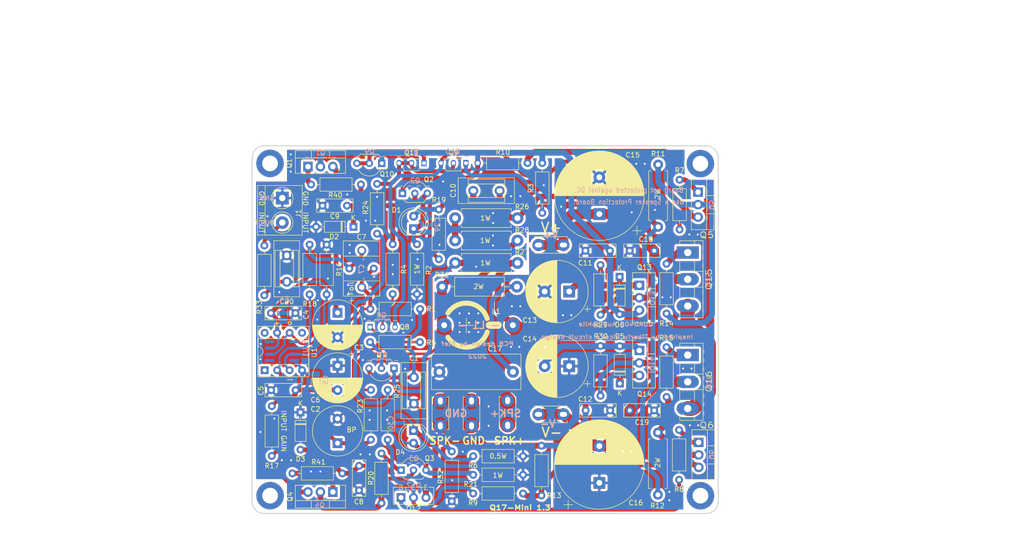
<source format=kicad_pcb>
(kicad_pcb (version 20211014) (generator pcbnew)
  (title_block (title "Q17-Mini, the Quad405 reborn") (date "2022-08-29") (rev "1.3") (company "PCB design by Stef") (comment 1 "Zize 95 x 75 mm"))
  (layers (0 "F.Cu" signal) (31 "B.Cu" signal) (34 "B.Paste" user) (35 "F.Paste" user) (36 "B.SilkS" user "B.Silkscreen") (37 "F.SilkS" user "F.Silkscreen") (38 "B.Mask" user) (39 "F.Mask" user) (44 "Edge.Cuts" user))
  (net 0 "")
  (net 1 "GND")
  (net 2 "Net-(C1-Pad1)")
  (net 3 "Net-(C2-Pad1)")
  (net 4 "Net-(C3-Pad1)")
  (net 5 "Net-(C5-Pad2)")
  (net 6 "Net-(C7-Pad1)")
  (net 7 "Net-(R17-Pad2)")
  (net 8 "Net-(C8-Pad2)")
  (net 9 "Net-(C9-Pad2)")
  (net 10 "Net-(C10-Pad2)")
  (net 11 "Net-(C10-Pad1)")
  (net 12 "Net-(C11-Pad2)")
  (net 13 "GNDPWR")
  (net 14 "Net-(C12-Pad2)")
  (net 15 "Net-(C13-Pad1)")
  (net 16 "Net-(C14-Pad2)")
  (net 17 "Net-(C15-Pad1)")
  (net 18 "Net-(C16-Pad2)")
  (net 19 "Net-(C17-Pad1)")
  (net 20 "Net-(C29-Pad2)")
  (net 21 "Net-(C30-Pad1)")
  (net 22 "Net-(L1-Pad2)")
  (net 23 "Net-(J2-1-Pad1)")
  (net 24 "Net-(Q2-Pad1)")
  (net 25 "Net-(Q3-Pad1)")
  (net 26 "Net-(Q8-Pad2)")
  (net 27 "Net-(Q5-Pad3)")
  (net 28 "Net-(Q5-Pad2)")
  (net 29 "Net-(Q5-Pad1)")
  (net 30 "Net-(Q6-Pad3)")
  (net 31 "Net-(Q6-Pad2)")
  (net 32 "Net-(Q6-Pad1)")
  (net 33 "Net-(Q15-Pad1)")
  (net 34 "Net-(Q16-Pad1)")
  (net 35 "Net-(J1-Pad2)")
  (net 36 "Net-(R24-Pad2)")
  (net 37 "Net-(R26-Pad2)")
  (net 38 "Net-(Q8-Pad1)")
  (net 39 "Net-(Q7-Pad2)")
  (net 40 "Net-(Q10-Pad2)")
  (net 41 "Net-(Q9-Pad1)")
  (net 42 "Net-(Q8-Pad3)")
  (net 43 "Net-(Q11-Pad2)")
  (net 44 "Net-(Q12-Pad2)")
  (net 45 "Net-(Q12-Pad1)")
  (net 49 "Net-(C7-Pad2)")
  (net 50 "Net-(Q1-Pad1)")
  (net 51 "Net-(Q4-Pad1)")
  (net 52 "Net-(C20-Pad2)")
  (footprint "Q17_Library:Q12_BD139" (layer "F.Cu") (at 130.167004 126.824037)
    (fp_text reference "Q12")
    (fp_text value "BD139")
  )
  (footprint "Package_TO_SOT_THT:TO-220-3_Vertical" (layer "F.Cu") (at 178.73 83.51722 -90)
    (fp_text reference "Q13")
    (fp_text value "IRF610")
  )
  (footprint "Q17_Library:Faston_Connector_63849-1_TEC" (layer "F.Cu") (at 158.181495 109.837437 180)
    (fp_text reference "J3-3")
    (fp_text value "V-")
  )
  (footprint "Resistor_THT:R_Axial_DIN0207_L6.3mm_D2.5mm_P10.16mm_Horizontal" (layer "F.Cu") (at 137.861495 68.029037 -90)
    (fp_text reference "R19")
    (fp_text value "330R")
  )
  (footprint "LED_THT:LED_D5.0mm" (layer "F.Cu") (at 132.707004 113.162378 -90)
    (fp_text reference "D4")
    (fp_text value "RED 2V")
  )
  (footprint "Capacitor_THT:CP_Radial_D18.0mm_P7.50mm" (layer "F.Cu") (at 170.576695 123.825 90)
    (fp_text reference "C16")
    (fp_text value "2200uF/63V")
  )
  (footprint "Resistor_THT:R_Axial_DIN0207_L6.3mm_D2.5mm_P10.16mm_Horizontal" (layer "F.Cu") (at 140.503095 127.566637 90)
    (fp_text reference "R32")
    (fp_text value "STRAP")
  )
  (footprint "Resistor_THT:R_Axial_DIN0411_L9.9mm_D3.6mm_P12.70mm_Horizontal" (layer "F.Cu") (at 182.514695 126.245837 90)
    (fp_text reference "R12")
    (fp_text value "47R/2W")
  )
  (footprint "Package_TO_SOT_THT:TO-220-3_Vertical" (layer "F.Cu") (at 178.733018 96.816233 -90)
    (fp_text reference "Q14")
    (fp_text value "IRF9610")
  )
  (footprint "Capacitor_THT:C_Rect_L7.2mm_W2.5mm_P5.00mm_FKS2_FKP2_MKS2_MKP2" (layer "F.Cu") (at 172.786495 109.035525 180)
    (fp_text reference "C12")
    (fp_text value "100nF")
  )
  (footprint "Resistor_THT:R_Axial_DIN0207_L6.3mm_D2.5mm_P10.16mm_Horizontal" (layer "F.Cu") (at 144.871895 118.371837)
    (fp_text reference "R6")
    (fp_text value "100R/0.5W")
  )
  (footprint "MountingHole:MountingHole_3.2mm_M3_DIN965_Pad_TopBottom" (layer "F.Cu") (at 191.18882 126.440889)
    (fp_text reference "H3")
    (fp_text value "MountingHole_3.2mm_M3_DIN965_Pad_TopBottom")
  )
  (footprint "Resistor_THT:R_Axial_DIN0207_L6.3mm_D2.5mm_P10.16mm_Horizontal" (layer "F.Cu") (at 124.018495 115.019037 90)
    (fp_text reference "R23")
    (fp_text value "8k2")
  )
  (footprint "Resistor_THT:R_Axial_DIN0207_L6.3mm_D2.5mm_P10.16mm_Horizontal" (layer "F.Cu") (at 144.871895 122.181837)
    (fp_text reference "R21")
    (fp_text value "10k/1W")
  )
  (footprint "Resistor_THT:R_Axial_DIN0207_L6.3mm_D2.5mm_P10.16mm_Horizontal" (layer "F.Cu") (at 111.826495 62.949037)
    (fp_text reference "R40")
    (fp_text value "100R")
  )
  (footprint "Resistor_THT:R_Axial_DIN0207_L6.3mm_D2.5mm_P10.16mm_Horizontal" (layer "F.Cu") (at 186.832695 123.19 90)
    (fp_text reference "R8")
    (fp_text value "120R")
  )
  (footprint "Resistor_THT:R_Axial_DIN0207_L6.3mm_D2.5mm_P10.16mm_Horizontal" (layer "F.Cu") (at 134.016495 95.099037 180)
    (fp_text reference "R5")
    (fp_text value "10R")
  )
  (footprint "Resistor_THT:R_Axial_DIN0207_L6.3mm_D2.5mm_P10.16mm_Horizontal" (layer "F.Cu") (at 102.301495 85.555037 90)
    (fp_text reference "R33")
    (fp_text value "680R")
  )
  (footprint "Capacitor_THT:C_Rect_L7.2mm_W2.5mm_P5.00mm_FKS2_FKP2_MKS2_MKP2" (layer "F.Cu") (at 167.743935 76.460045)
    (fp_text reference "C11")
    (fp_text value "100nF")
  )
  (footprint "Capacitor_THT:CP_Radial_D10.0mm_P5.00mm" (layer "F.Cu") (at 117.221 99.906037 -90)
    (fp_text reference "C6")
    (fp_text value "100uF/16V")
  )
  (footprint "Diode_THT:D_DO-35_SOD27_P7.62mm_Horizontal" (layer "F.Cu") (at 120.462495 71.585037 180)
    (fp_text reference "D2")
    (fp_text value "1N5248B")
  )
  (footprint "LED_THT:LED_D5.0mm" (layer "F.Cu") (at 132.725807 71.973424 90)
    (fp_text reference "D1")
    (fp_text value "RED 2V")
  )
  (footprint "Capacitor_THT:C_Rect_L18.0mm_W7.0mm_P15.00mm_FKS3_FKP3" (layer "F.Cu") (at 152.981495 101.176037 180)
    (fp_text reference "C17")
    (fp_text value "100nF MKP or MKT")
  )
  (footprint "Q17_Library:C_Mica_v2_L11.4mm_W4.3mm_H9.1_P5.9mm_mix" (layer "F.Cu") (at 132.781495 102.027485 -90)
    (fp_text reference "C1")
    (fp_text value "470p Mica")
  )
  (footprint "Diode_THT:D_DO-35_SOD27_P7.62mm_Horizontal" (layer "F.Cu") (at 109.667495 109.431037 -90)
    (fp_text reference "D3")
    (fp_text value "1N5248B")
  )
  (footprint "Q17_Library:C_Mica_v2_L11.4mm_W4.3mm_H9.1_P5.9mm_mix" (layer "F.Cu") (at 106.873495 77.173037 -90)
    (fp_text reference "C20")
    (fp_text value "1nF FKP2 or MKT")
  )
  (footprint "Resistor_THT:R_Axial_DIN0207_L6.3mm_D2.5mm_P10.16mm_Horizontal" (layer "F.Cu") (at 133.416495 75.141037 -90)
    (fp_text reference "R2")
    (fp_text value "10k/1W")
  )
  (footprint "MountingHole:MountingHole_3.2mm_M3_DIN965_Pad_TopBottom" (layer "F.Cu") (at 103.463294 58.647028 180)
    (fp_text reference "H1")
    (fp_text value "MountingHole")
  )
  (footprint "Capacitor_THT:CP_Radial_D12.5mm_P5.00mm" (layer "F.Cu") (at 164.435 100.02722 180)
    (fp_text reference "C14")
    (fp_text value "220uF/63V")
  )
  (footprint "Diode_THT:D_DO-35_SOD27_P7.62mm_Horizontal" (layer "F.Cu") (at 174.715178 81.795433 -90)
    (fp_text reference "D6")
    (fp_text value "1N5245B")
  )
  (footprint "Capacitor_THT:CP_Radial_D10.0mm_P5.00mm" (layer "F.Cu") (at 117.221 89.111037 -90)
    (fp_text reference "C3")
    (fp_text value "100uF/16V")
  )
  (footprint "Q17_Library:Faston_Connector_63849-1_TEC" (layer "F.Cu") (at 144.526 107.096257 90)
    (fp_text reference "J3-2")
    (fp_text value "GND")
  )
  (footprint "Q17_Library:Faston_Connector_63849-1_TEC" (layer "F.Cu") (at 151.892 112.098037 -90)
    (fp_text reference "J2-1")
    (fp_text value "SPK+")
  )
  (footprint "Resistor_THT:R_Axial_DIN0207_L6.3mm_D2.5mm_P10.16mm_Horizontal" (layer "F.Cu") (at 170.810657 95.893438 -90)
    (fp_text reference "R30")
    (fp_text value "10k")
  )
  (footprint "Package_TO_SOT_THT:TO-220-3_Vertical" (layer "F.Cu") (at 116.271495 125.674 180)
    (fp_text reference "Q4")
    (fp_text value "IRF9610")
  )
  (footprint "Package_TO_SOT_THT:TO-92S_Wide" (layer "F.Cu") (at 143.382895 58.586637 180)
    (fp_text reference "Q9")
    (fp_text value "ZVP2106A")
  )
  (footprint "Resistor_THT:R_Axial_DIN0411_L9.9mm_D3.6mm_P12.70mm_Horizontal" (layer "F.Cu") (at 141.193195 78.951037)
    (fp_text reference "R27")
    (fp_text value "560R/1W")
  )
  (footprint "Package_TO_SOT_THT:TO-92_Inline_Wide" (layer "F.Cu") (at 128.717495 100.435037 180)
    (fp_text reference "Q7")
    (fp_text value "KSC1845")
  )
  (footprint "Resistor_THT:R_Axial_DIN0207_L6.3mm_D2.5mm_P10.16mm_Horizontal" (layer "F.Cu") (at 111.525847 85.372546 90)
    (fp_text reference "R18")
    (fp_text value "22k")
  )
  (footprint "Q17_Library:C_Mica_v2_L11.4mm_W4.3mm_H9.1_P5.9mm_mix" (layer "F.Cu") (at 150.512623 64.222934 180)
    (fp_text reference "C10")
    (fp_text value "47pF Mica or NP0")
  )
  (footprint "Resistor_THT:R_Axial_DIN0207_L6.3mm_D2.5mm_P10.16mm_Horizontal" (layer "F.Cu") (at 170.815 89.535 90)
    (fp_text reference "R29")
    (fp_text value "10k")
  )
  (footprint "Package_TO_SOT_THT:TO-3P-3_Vertical" (layer "F.Cu") (at 188.595 76.835 -90)
    (fp_text reference "Q15")
    (fp_text value "FQA46N15")
  )
  (footprint "Package_TO_SOT_THT:TO-92_Inline_Wide" (layer "F.Cu") (at 130.167004 121.221037)
    (fp_text reference "Q3")
    (fp_text value "KSC1845")
  )
  (footprint "Package_TO_SOT_THT:TO-3P-3_Vertical" (layer "F.Cu") (at 188.595 97.75222 -90)
    (fp_text reference "Q16")
    (fp_text value "FQA36P15")
  )
  (footprint "Resistor_THT:R_Axial_DIN0411_L9.9mm_D3.6mm_P12.70mm_Horizontal" (layer "F.Cu") (at 141.193195 74.379037)
    (fp_text reference "R28")
    (fp_text value "22R/1W")
  )
  (footprint "Q17_Library:C_Rect_L7.2mm_W11.0mm_P5.00mm_MKP2_Custom" (layer "F.Cu") (at 119.613495 80.094037)
    (fp_text reference "C7")
    (fp_text value "1uF MKP or MKT")
  )
  (footprint "Capacitor_THT:C_Rect_L7.2mm_W2.5mm_P5.00mm_FKS2_FKP2_MKS2_MKP2" (layer "F.Cu") (at 121.605495 125.342237 90)
    (fp_text reference "C8")
    (fp_text value "100nF")
  )
  (footprint "Resistor_THT:R_Axial_DIN0207_L6.3mm_D2.5mm_P10.16mm_Horizontal" (layer "F.Cu") (at 115.001495 75.212546 -90)
    (fp_text reference "R16")
    (fp_text value "22k")
  )
  (footprint "Capacitor_THT:C_Rect_L7.2mm_W2.5mm_P5.00mm_FKS2_FKP2_MKS2_MKP2" (layer "F.Cu") (at 103.672 104.902)
    (fp_text reference "C5")
    (fp_text value "100nF")
  )
  (footprint "Resistor_THT:R_Axial_DIN0207_L6.3mm_D2.5mm_P10.16mm_Horizontal" (layer "F.Cu") (at 125.288495 62.822037 -90)
    (fp_text reference "R24")
    (fp_text value "10k")
  )
  (footprint "Capacitor_THT:CP_Radial_D12.5mm_P5.00mm" (layer "F.Cu") (at 164.435 84.78722 180)
    (fp_text reference "C13")
    (fp_text value "220uF/63V")
  )
  (footprint "Package_TO_SOT_THT:TO-92_Inline_Wide" (layer "F.Cu") (at 130.442168 64.756205)
    (fp_text reference "Q2")
    (fp_text value "KSA992")
  )
  (footprint "Capacitor_THT:C_Rect_L7.2mm_W2.5mm_P5.00mm_FKS2_FKP2_MKS2_MKP2" (layer "F.Cu") (at 108.651495 89.18142 180)
    (fp_text reference "C4")
    (fp_text value "100nF")
  )
  (footprint "MountingHole:MountingHole_3.2mm_M3_DIN965_Pad_TopBottom" (layer "F.Cu") (at 191.175082 58.697768 180)
    (fp_text reference "H2")
    (fp_text value "MountingHole")
  )
  (footprint "Resistor_THT:R_Axial_DIN0207_L6.3mm_D2.5mm_P10.16mm_Horizontal" (layer "F.Cu") (at 128.463495 75.141037 -90)
    (fp_text reference "R4")
    (fp_text value "100R")
  )
  (footprint "Resistor_THT:R_Axial_DIN0207_L6.3mm_D2.5mm_P10.16mm_Horizontal" (layer "F.Cu") (at 144.871895 125.991837)
    (fp_text reference "R9")
    (fp_text value "100R")
  )
  (footprint "Resistor_THT:R_Axial_DIN0411_L9.9mm_D3.6mm_P15.24mm_Horizontal" (layer "F.Cu") (at 138.542982 83.805095)
    (fp_text reference "R31")
    (fp_text value "10R/2W")
  )
  (footprint "Capacitor_THT:C_Rect_L7.2mm_W2.5mm_P5.00mm_FKS2_FKP2_MKS2_MKP2" (layer "F.Cu") (at 114.152495 67.267037)
    (fp_text reference "C9")
    (fp_text value "100nF")
  )
  (footprint "Resistor_THT:R_Axial_DIN0207_L6.3mm_D2.5mm_P10.16mm_Horizontal" (layer "F.Cu") (at 123.891495 88.349037)
    (fp_text reference "R1")
    (fp_text value "2k7")
  )
  (footprint "Package_TO_SOT_THT:TO-220-3_Vertical" (layer "F.Cu") (at 190.825 115.57 -90)
    (fp_text reference "Q6")
    (fp_text value "FQP3N30")
  )
  (footprint "Q17_Library:L_Axial_L22mm_D10mm_P21mm_vertical_Q17_Mini" (layer "F.Cu") (at 138.953095 91.651837)
    (fp_text reference "L1")
    (fp_text value "1.2uH")
  )
  (footprint "Q17_Library:Faston_Connector_63849-1_TEC" (layer "F.Cu") (at 138.176 107.096257 90)
    (fp_text reference "J2-2")
    (fp_text value "SPK-")
  )
  (footprint "Resistor_THT:R_Axial_DIN0411_L9.9mm_D3.6mm_P12.70mm_Horizontal" (layer "F.Cu") (at 153.893195 69.807037 180)
    (fp_text reference "R26")
    (fp_text value "22R/1W")
  )
  (footprint "Resistor_THT:R_Axial_DIN0207_L6.3mm_D2.5mm_P10.16mm_Horizontal" (layer "F.Cu") (at 126.177495 127.973037 90)
    (fp_text reference "R20")
    (fp_text value "330R")
  )
  (footprint "Resistor_THT:R_Axial_DIN0207_L6.3mm_D2.5mm_P10.16mm_Horizontal" (layer "F.Cu") (at 184.277 89.281 90)
    (fp_text reference "R14")
    (fp_text value "330R")
  )
  (footprint "Resistor_THT:R_Axial_DIN0207_L6.3mm_D2.5mm_P10.16mm_Horizontal" (layer "F.Cu") (at 184.277 106.299 90)
    (fp_text reference "R15")
    (fp_text value "330R")
  )
  (footprint "Resistor_THT:R_Axial_DIN0207_L6.3mm_D2.5mm_P10.16mm_Horizontal" (layer "F.Cu") (at 108.016495 121.877037)
    (fp_text reference "R41")
    (fp_text value "100R")
  )
  (footprint "Package_TO_SOT_THT:TO-220-3_Vertical" (layer "F.Cu") (at 190.698 64.516 -90)
    (fp_text reference "Q5")
    (fp_text value "FQP3P20")
  )
  (footprint "Resistor_THT:R_Axial_DIN0207_L6.3mm_D2.5mm_P10.16mm_Horizontal" (layer "F.Cu") (at 186.934295 72.136 90)
    (fp_text reference "R7")
    (fp_text value "100R")
  )
  (footprint "Package_TO_SOT_THT:TO-92_Inline_Wide" (layer "F.Cu") (at 126.237895 58.626637 180)
    (fp_text reference "Q10")
    (fp_text value "KSA992")
  )
  (footprint "Resistor_THT:R_Axial_DIN0207_L6.3mm_D2.5mm_P10.16mm_Horizontal" (layer "F.Cu") (at 158.791095 126.398237 90)
    (fp_text reference "R13")
    (fp_text value "10R")
  )
  (footprint "Resistor_THT:R_Axial_DIN0207_L6.3mm_D2.5mm_P10.16mm_Horizontal" (layer "F.Cu") (at 127.447495 104.859037 -90)
    (fp_text reference "R25")
    (fp_text value "7k5")
  )
  (footprint "Capacitor_THT:CP_Radial_D18.0mm_P7.50mm" (layer "F.Cu") (at 170.576695 68.985037 90)
    (fp_text reference "C15")
    (fp_text value "2200uF/63V")
  )
  (footprint "Resistor_THT:R_Axial_DIN0207_L6.3mm_D2.5mm_P10.16mm_Horizontal" (layer "F.Cu") (at 145.786295 58.580237)
    (fp_text reference "R10")
    (fp_text value "10R")
  )
  (footprint "MountingHole:MountingHole_3.2mm_M3_DIN965_Pad_TopBottom" (layer "F.Cu") (at 103.475185 126.428054 180)
    (fp_text reference "H4")
    (fp_text value "MountingHole")
  )
  (footprint "Package_TO_SOT_THT:TO-92S_Wide" (layer "F.Cu") (at 123.856495 92.051037)
    (fp_text reference "Q8")
    (fp_text value "ZVN4206AV")
  )
  (footprint "Package_TO_SOT_THT:TO-220-3_Vertical" (layer "F.Cu") (at 111.191495 59.305919)
    (fp_text reference "Q1")
    (fp_text value "IRF610")
  )
  (footprint "Resistor_THT:R_Axial_DIN0207_L6.3mm_D2.5mm_P10.16mm_Horizontal" (layer "F.Cu") (at 158.943495 58.580237 -90)
    (fp_text reference "R3")
    (fp_text value "150R")
  )
  (footprint "Resistor_THT:R_Axial_DIN0411_L9.9mm_D3.6mm_P12.70mm_Horizontal" (layer "F.Cu") (at 182.565495 58.885037 -90)
    (fp_text reference "R11")
    (fp_text value "47R/2W")
  )
  (footprint "Capacitor_THT:C_Rect_L7.2mm_W2.5mm_P5.00mm_FKS2_FKP2_MKS2_MKP2" (layer "F.Cu") (at 176.774295 109.035525)
    (fp_text reference "C19")
    (fp_text value "100nF")
  )
  (footprint "TerminalBlock_Phoenix:TerminalBlock_Phoenix_PT-1,5-2-5.0-H_1x02_P5.00mm_Horizontal" (layer "F.Cu") (at 105.96273 65.720802 -90)
    (fp_text reference "J1")
    (fp_text value "Input")
  )
  (footprint "Capacitor_THT:CP_Radial_D10.0mm_P5.00mm" (layer "F.Cu") (at 117.221 115.729897 90)
    (fp_text reference "C2")
    (fp_text value "100uF/10V BP")
  )
  (footprint "Package_TO_SOT_THT:TO-92S_Wide" (layer "F.Cu") (at 134.838895 58.586637 180)
    (fp_text reference "Q11")
    (fp_text value "ZVP2106A")
  )
  (footprint "Package_DIP:DIP-8_W7.62mm_Socket" (layer "F.Cu") (at 102.372 100.838 90)
    (fp_text reference "U1'")
    (fp_text value "OPA1641")
  )
  (footprint "Diode_THT:D_DO-35_SOD27_P7.62mm_Horizontal" (layer "F.Cu") (at 174.75491 103.540998 90)
    (fp_text reference "D5")
    (fp_text value "1N5245B")
  )
  (footprint "Q17_Library:Faston_Connector_63849-1_TEC" (layer "F.Cu") (at 158.181495 75.293437 180)
    (fp_text reference "J3-1")
    (fp_text value "V+")
  )
  (footprint "Resistor_THT:R_Axial_DIN0207_L6.3mm_D2.5mm_P10.16mm_Horizontal" (layer "F.Cu") (at 103.825495 118.321037 90)
    (fp_text reference "R17")
    (fp_text value "7k32")
  )
  (footprint "Capacitor_THT:C_Rect_L7.2mm_W2.5mm_P5.00mm_FKS2_FKP2_MKS2_MKP2" (layer "F.Cu") (at 176.764959 76.454)
    (fp_text reference "C18")
    (fp_text value "100nF")
  )
  (footprint "Capacitor_SMD:C_1206_3216Metric" (layer "B.Cu") (at 112.776 103.081037 -90)
    (fp_text reference "C5'")
    (fp_text value "100nF")
  )
  (footprint "Capacitor_SMD:C_1206_3216Metric" (layer "B.Cu") (at 135.575495 71.155037 -90)
    (fp_text reference "C29")
    (fp_text value "15nF")
  )
  (footprint "Capacitor_SMD:C_1206_3216Metric" (layer "B.Cu") (at 129.860495 111.590037 90)
    (fp_text reference "C30")
    (fp_text value "15nF")
  )
  (footprint "Package_SO:SOIC-8_3.9x4.9mm_P1.27mm" (layer "B.Cu") (at 105.854717 96.943097 180)
    (fp_text reference "U1")
    (fp_text value "OPA1641")
  )
  (footprint "Capacitor_SMD:C_1206_3216Metric" (layer "B.Cu") (at 106.146191 89.230785 90)
    (fp_text reference "C4'")
    (fp_text value "100nF")
  )
  (gr_line (start 194.806412 57.518381) (end 194.806634 127.615543) (layer "Edge.Cuts") (width 0.2))
  (gr_arc (start 99.811698 57.512454) (mid 100.529286 55.780043) (end 102.261697 55.062455) (layer "Edge.Cuts") (width 0.2))
  (gr_arc (start 194.806634 127.615543) (mid 194.089046 129.347954) (end 192.356635 130.065542) (layer "Edge.Cuts") (width 0.2))
  (gr_arc (start 192.366412 55.068383) (mid 194.092356 55.789502) (end 194.806412 57.518381) (layer "Edge.Cuts") (width 0.2))
  (gr_line (start 102.261697 55.062455) (end 192.366412 55.068383) (layer "Edge.Cuts") (width 0.2))
  (gr_arc (start 102.258328 130.064239) (mid 100.495701 129.315898) (end 99.80985 127.528029) (layer "Edge.Cuts") (width 0.2))
  (gr_line (start 102.258328 130.064239) (end 192.356635 130.065542) (layer "Edge.Cuts") (width 0.2))
  (gr_line (start 99.811698 57.512454) (end 99.80985 127.528029) (layer "Edge.Cuts") (width 0.2))
  (gr_text "Q12" (at 132.781495 124.290037) (layer "B.SilkS") (effects (font (size 1 1)) (justify mirror)))
  (gr_text "Q15" (at 192.725495 82.380037 -90) (layer "B.SilkS") (effects (font (size 1 1)) (justify mirror)))
  (gr_text "GND" (at 141.35886 109.641118) (layer "B.SilkS") (effects (font (size 1.5 1.5) (thickness 0.3)) (justify mirror)))
  (gr_text "- L1 -" (at 145.986337 91.645964) (layer "B.SilkS") (effects (font (size 1.5 1.5) (thickness 0.3)) (justify mirror)))
  (gr_text "Q1" (at 113.731495 56.472037) (layer "B.SilkS") (effects (font (size 1 1)) (justify mirror)))
  (gr_text ". C7 ." (at 122.113495 80.221037 -270) (layer "B.SilkS") (effects (font (size 1 1) (thickness 0.2)) (justify mirror)))
  (gr_text "V-" (at 160.061095 111.767837) (layer "B.SilkS") (effects (font (size 1.5 1.5) (thickness 0.3)) (justify mirror)))
  (gr_text "V+" (at 160.619895 73.210637) (layer "B.SilkS") (effects (font (size 1.5 1.5) (thickness 0.3)) (justify mirror)))
  (gr_text "°" (at 111.125 94.996 -270) (layer "B.SilkS") (effects (font (size 2 2) (thickness 0.25))))
  (gr_text "- - - -" (at 126.304495 90.635037) (layer "B.SilkS") (effects (font (size 0.9 0.9)) (justify mirror)))
  (gr_text "Q4" (at 113.604495 128.354037) (layer "B.SilkS") (effects (font (size 1 1)) (justify mirror)))
  (gr_text "Q2" (at 133.052037 62.187037) (layer "B.SilkS") (effects (font (size 1 1)) (justify mirror)))
  (gr_text "Q3" (at 132.781495 118.829037) (layer "B.SilkS") (effects (font (size 1 1)) (justify mirror)))
  (gr_text "Q5" (at 193.487495 67.140037 -90) (layer "B.SilkS") (effects (font (size 1 1)) (justify mirror)))
  (gr_text "Board not protected against DC." (at 176.596495 64.092037) (layer "B.SilkS") (effects (font (size 1 0.9)) (justify mirror)))
  (gr_text "Q9" (at 123.789895 56.243437) (layer "B.SilkS") (effects (font (size 1 1)) (justify mirror)))
  (gr_text "Use a Speaker Protection Board." (at 176.596495 66.505037) (layer "B.SilkS") (effects (font (size 1 0.9)) (justify mirror)))
  (gr_text "- - - -" (at 192.625691 67.067429 -90) (layer "B.SilkS") (effects (font (size 0.9 0.9)) (justify mirror)))
  (gr_text "Q11" (at 132.298895 56.243437) (layer "B.SilkS") (effects (font (size 1 1)) (justify mirror)))
  (gr_text "Q13" (at 181.279667 86.152187 -90) (layer "B.SilkS") (effects (font (size 1 1)) (justify mirror)))
  (gr_text "- - - -" (at 140.858695 57.132437) (layer "B.SilkS") (effects (font (size 0.9 0.9)) (justify mirror)))
  (gr_text "- - - -" (at 132.527495 125.179037) (layer "B.SilkS") (effects (font (size 0.9 0.9)) (justify mirror)))
  (gr_text "Q7" (at 126.431495 97.747037) (layer "B.SilkS") (effects (font (size 1 1)) (justify mirror)))
  (gr_text "- - - -" (at 132.849189 63.175918) (layer "B.SilkS") (effects (font (size 0.9 0.9)) (justify mirror)))
  (gr_text "QUAD405 Audiophile\n\nInspired by Tiberiu Vicol's circuit design." (at 173.959279 92.743809) (layer "B.SilkS") (effects (font (size 0.8 1) (thickness 0.175)) (justify mirror)))
  (gr_text "GND" (at 102.880066 65.723416) (layer "B.SilkS") (effects (font (size 0.9 0.9)) (justify mirror)))
  (gr_text "INPUT" (at 102.301495 70.728429) (layer "B.SilkS") (effects (font (size 0.9 0.9)) (justify mirror)))
  (gr_text "Q8" (at 126.177495 89.619037) (layer "B.SilkS") (effects (font (size 1 1)) (justify mirror)))
  (gr_text "PCB design by Stef\n\n2022\n" (at 145.735495 96.731037) (layer "B.SilkS") (effects (font (size 0.8 1) (thickness 0.175)) (justify mirror)))
  (gr_text "Q10" (at 140.731695 56.243437) (layer "B.SilkS") (effects (font (size 1 1)) (justify mirror)))
  (gr_text "- - - -" (at 126.431495 98.763037) (layer "B.SilkS") (effects (font (size 0.9 0.9)) (justify mirror)))
  (gr_text "- - - - - - - -" (at 191.963495 103.335037 -90) (layer "B.SilkS") (effects (font (size 0.9 0.9)) (justify mirror)))
  (gr_text "Q14" (at 181.269408 99.488744 -90) (layer "B.SilkS") (effects (font (size 1 1)) (justify mirror)))
  (gr_text "- - - -" (at 132.425895 57.132437) (layer "B.SilkS") (effects (font (size 0.9 0.9)) (justify mirror)))
  (gr_text "Q16" (at 192.979495 103.208037 -90) (layer "B.SilkS") (effects (font (size 1 1)) (justify mirror)))
  (gr_text "Q6" (at 193.487495 118.067037 -90) (layer "B.SilkS") (effects (font (size 1 1)) (justify mirror)))
  (gr_text "- - - -" (at 123.916895 57.132437) (layer "B.SilkS") (effects (font (size 0.9 0.9)) (justify mirror)))
  (gr_text "- - - -" (at 113.731495 57.361037) (layer "B.SilkS") (effects (font (size 0.9 0.9)) (justify mirror)))
  (gr_text "- - - -" (at 180.407604 99.416136 -90) (layer "B.SilkS") (effects (font (size 0.9 0.9)) (justify mirror)))
  (gr_text "- - - -" (at 113.858495 127.211037) (layer "B.SilkS") (effects (font (size 0.9 0.9)) (justify mirror)))
  (gr_text "- - - -" (at 180.417863 86.079579 -90) (layer "B.SilkS") (effects (font (size 0.9 0.9)) (justify mirror)))
  (gr_text "- - - - - - - -" (at 191.709495 82.253037 -90) (layer "B.SilkS") (effects (font (size 0.9 0.9)) (justify mirror)))
  (gr_text "- - - -" (at 192.725495 118.067037 -90) (layer "B.SilkS") (effects (font (size 0.9 0.9)) (justify mirror)))
  (gr_text "- - - -" (at 132.781495 119.718037) (layer "B.SilkS") (effects (font (size 0.9 0.9)) (justify mirror)))
  (gr_text "SPK+" (at 151.461889 109.638794) (layer "B.SilkS") (effects (font (size 1.5 1.5) (thickness 0.3)) (justify mirror)))
  (gr_text "Foil" (at 119.973243 84.158037 -270) (layer "F.SilkS") (effects (font (size 1 1))))
  (gr_text "i" (at 107.456847 102.771617 -90) (layer "F.SilkS") (effects (font (size 1 1))))
  (gr_text "2W" (at 182.463895 119.692637 -270) (layer "F.SilkS") (effects (font (size 1 1))))
  (gr_text "o" (at 107.604069 91.214695 -90) (layer "F.SilkS") (effects (font (size 1 1))))
  (gr_text "INPUT" (at 110.683495 70.71079 -90) (layer "F.SilkS") (effects (font (size 1 1))))
  (gr_text "2W" (at 145.989495 83.777037) (layer "F.SilkS") (effects (font (size 1 1))))
  (gr_text "1W" (at 149.901095 122.283437) (layer "F.SilkS") (effects (font (size 1 1))))
  (gr_text "1W" (at 147.386495 69.807037) (layer "F.SilkS") (effects (font (size 1 1))))
  (gr_text "1W" (at 147.327095 74.379037) (layer "F.SilkS") (effects (font (size 1 1))))
  (gr_text "2W" (at 182.463895 64.930237 -270) (layer "F.SilkS") (effects (font (size 1 1))))
  (gr_text "INPUT" (at 101.727 70.71079 -90) (layer "F.SilkS") (effects (font (size 1 1))))
  (gr_text "1W" (at 133.416495 80.221037 -270) (layer "F.SilkS") (effects (font (size 1 1))))
  (gr_text "+" (at 104.92495 91.271072 -90) (layer "F.SilkS") (effects (font (size 1 1))))
  (gr_text "BP" (at 120.081495 112.987037) (layer "F.SilkS") (effects (font (size 1 1))))
  (gr_text "0.5W" (at 149.951895 118.371837) (layer "F.SilkS") (effects (font (size 1 1))))
  (gr_text "-" (at 110.067692 102.848885 -90) (layer "F.SilkS") (effects (font (size 1 1))))
  (gr_text "GND" (at 101.727 65.786 -90) (layer "F.SilkS") (effects (font (size 1 1))))
  (gr_text "GND" (at 110.683495 65.786 -90) (layer "F.SilkS") (effects (font (size 1 1))))
  (gr_text "INPUT GAIN" (at 106.238495 113.241037 -90) (layer "F.SilkS") (effects (font (size 1 1))))
  (gr_text "1W" (at 147.386495 78.951037) (layer "F.SilkS") (effects (font (size 1 1))))
  (gr_text "Q17-Mini 1.3" (at 154.422295 128.887437) (layer "F.SilkS") (effects (font (size 1 1.2) (thickness 0.25))))
  (via (at 148.910495 75.395037) (size 0.8) (drill 0.4) (layers "F.Cu" "B.Cu") (net 1))
  (via (at 148.886607 73.363037) (size 0.8) (drill 0.4) (layers "F.Cu" "B.Cu") (net 1))
  (via (at 145.481495 79.713037) (size 0.8) (drill 0.4) (layers "F.Cu" "B.Cu") (net 1))
  (via (at 138.725095 62.339437) (size 0.8) (drill 0.4) (layers "F.Cu" "B.Cu") (net 1))
  (via (at 119.370295 83.446837) (size 0.8) (drill 0.4) (layers "F.Cu" "B.Cu") (net 1))
  (via (at 119.192495 64.981037) (size 0.8) (drill 0.4) (layers "F.Cu" "B.Cu") (net 1))
  (via (at 123.815295 118.016237) (size 0.8) (drill 0.4) (layers "F.Cu" "B.Cu") (net 1))
  (via (at 128.463495 81.237037) (size 0.8) (drill 0.4) (layers "F.Cu" "B.Cu") (net 1))
  (via (at 137.988495 75.268037) (size 0.8) (drill 0.4) (layers "F.Cu" "B.Cu") (net 1))
  (via (at 104.333495 110.701037) (size 0.8) (drill 0.4) (layers "F.Cu" "B.Cu") (net 1))
  (via (at 159.248295 63.101437) (size 0.8) (drill 0.4) (layers "F.Cu" "B.Cu") (net 1))
  (via (at 121.910295 118.016237) (size 0.8) (drill 0.4) (layers "F.Cu" "B.Cu") (net 1))
  (via (at 113.223495 86.571037) (size 0.8) (drill 0.4) (layers "F.Cu" "B.Cu") (net 1))
  (via (at 101.510482 98.593096) (size 0.8) (drill 0.4) (layers "F.Cu" "B.Cu") (net 1))
  (via (at 102.936495 69.426037) (size 0.8) (drill 0.4) (layers "F.Cu" "B.Cu") (net 1))
  (via (at 130.647895 93.175037) (size 0.8) (drill 0.4) (layers "F.Cu" "B.Cu") (net 1))
  (via (at 105.857495 119.210037) (size 0.8) (drill 0.4) (layers "F.Cu" "B.Cu") (net 1))
  (via (at 123.764495 110.955037) (size 0.8) (drill 0.4) (layers "F.Cu" "B.Cu") (net 1))
  (via (at 127.320495 109.050037) (size 0.8) (drill 0.4) (layers "F.Cu" "B.Cu") (net 1))
  (via (at 101.547321 95.482384) (size 0.8) (drill 0.4) (layers "F.Cu" "B.Cu") (net 1))
  (via (at 128.463495 79.332037) (size 0.8) (drill 0.4) (layers "F.Cu" "B.Cu") (net 1))
  (via (at 148.910495 70.823037) (size 0.8) (drill 0.4) (layers "F.Cu" "B.Cu") (net 1))
  (via (at 115.255495 82.126037) (size 0.8) (drill 0.4) (layers "F.Cu" "B.Cu") (net 1))
  (via (at 122.723095 90.330237) (size 0.8) (drill 0.4) (layers "F.Cu" "B.Cu") (net 1))
  (via (at 123.002495 70.315037) (size 0.8) (drill 0.4) (layers "F.Cu" "B.Cu") (net 1))
  (via (at 119.700495 75.268037) (size 0.8) (drill 0.4) (layers "F.Cu" "B.Cu") (net 1))
  (via (at 154.473095 65.336637) (size 0.8) (drill 0.4) (layers "F.Cu" "B.Cu") (net 1))
  (via (at 101.488695 113.444237) (size 0.8) (drill 0.4) (layers "F.Cu" "B.Cu") (net 1))
  (via (at 152.568095 65.336637) (size 0.8) (drill 0.4) (layers "F.Cu" "B.Cu") (net 1))
  (via (at 124.907495 70.315037) (size 0.8) (drill 0.4) (layers "F.Cu" "B.Cu") (net 1))
  (via (at 148.910495 68.791037) (size 0.8) (drill 0.4) (layers "F.Cu" "B.Cu") (net 1))
  (via (at 102.936495 71.331037) (size 0.8) (drill 0.4) (layers "F.Cu" "B.Cu") (net 1))
  (via (at 119.700495 76.919037) (size 0.8) (drill 0.4) (layers "F.Cu" "B.Cu") (net 1))
  (via (at 133.543495 78.189037) (size 0.8) (drill 0.4) (layers "F.Cu" "B.Cu") (net 1))
  (via (at 132.425895 90.584237) (size 0.8) (drill 0.4) (layers "F.Cu" "B.Cu") (net 1))
  (via (at 140.604695 123.299437) (size 0.8) (drill 0.4) (layers "F.Cu" "B.Cu") (net 1))
  (via (at 122.367495 98.763037) (size 0.8) (drill 0.4) (layers "F.Cu" "B.Cu") (net 1))
  (via (at 111.826495 121.496037) (size 0.8) (drill 0.4) (layers "F.Cu" "B.Cu") (net 1))
  (via (at 113.096495 90.508037) (size 0.8) (drill 0.4) (layers "F.Cu" "B.Cu") (net 1))
  (via (at 105.349495 84.920037) (size 0.8) (drill 0.4) (layers "F.Cu" "B.Cu") (net 1))
  (via (at 107.672801 56.814414) (size 0.8) (drill 0.4) (layers "F.Cu" "B.Cu") (net 1))
  (via (at 107.672801 60.327757) (size 0.8) (drill 0.4) (layers "F.Cu" "B.Cu") (net 1))
  (via (at 142.738295 117.457437) (size 0.8) (drill 0.4) (layers "F.Cu" "B.Cu") (net 1))
  (via (at 125.288495 65.489037) (size 0.8) (drill 0.4) (layers "F.Cu" "B.Cu") (net 1))
  (via (at 107.762495 119.210037) (size 0.8) (drill 0.4) (layers "F.Cu" "B.Cu") (net 1))
  (via (at 113.731495 121.496037) (size 0.8) (drill 0.4) (layers "F.Cu" "B.Cu") (net 1))
  (via (at 131.003495 100.541037) (size 0.8) (drill 0.4) (layers "F.Cu" "B.Cu") (net 1))
  (via (at 137.988495 71.331037) (size 0.8) (drill 0.4) (layers "F.Cu" "B.Cu") (net 1))
  (via (at 127.320495 110.955037) (size 0.8) (drill 0.4) (layers "F.Cu" "B.Cu") (net 1))
  (via (at 119.370295 85.351837) (size 0.8) (drill 0.4) (layers "F.Cu" "B.Cu") (net 1))
  (via (at 123.764495 109.050037) (size 0.8) (drill 0.4) (layers "F.Cu" "B.Cu") (net 1))
  (segment (start 132.74657 102.319037) (end 125.067709 102.319037) (width 0.8) (layer "F.Cu") (net 2))
  (segment (start 124.360602 102.026144) (end 123.930388 101.59593) (width 0.8) (layer "F.Cu") (net 2))
  (segment (start 123.637495 100.888823) (end 123.637495 100.435037) (width 0.8) (layer "F.Cu") (net 2))
  (arc (start 124.360602 102.026144) (mid 124.685025 102.242917) (end 125.067709 102.319037) (width 0.8) (layer "F.Cu") (net 2))
  (arc (start 123.930388 101.59593) (mid 123.713615 101.271507) (end 123.637495 100.888823) (width 0.8) (layer "F.Cu") (net 2))
  (segment (start 133.758602 92.70593) (end 132.097281 94.367251) (width 0.8) (layer "B.Cu") (net 2))
  (segment (start 132.097281 96.740808) (end 132.491229 97.134756) (width 0.8) (layer "B.Cu") (net 2))
  (segment (start 131.804388 95.074358) (end 131.804388 96.033701) (width 0.8) (layer "B.Cu") (net 2))
  (segment (start 134.051495 88.349037) (end 134.051495 91.998823) (width 0.8) (layer "B.Cu") (net 2))
  (segment (start 132.784122 97.841863) (end 132.784122 102.281485) (width 0.8) (layer "B.Cu") (net 2))
  (arc (start 132.784122 97.841863) (mid 132.708002 97.45918) (end 132.491229 97.134756) (width 0.8) (layer "B.Cu") (net 2))
  (arc (start 134.051495 91.998823) (mid 133.975375 92.381507) (end 133.758602 92.70593) (width 0.8) (layer "B.Cu") (net 2))
  (arc (start 131.804388 95.074358) (mid 131.880508 94.691675) (end 132.097281 94.367251) (width 0.8) (layer "B.Cu") (net 2))
  (arc (start 131.804388 96.033701) (mid 131.880508 96.416384) (end 132.097281 96.740808) (width 0.8) (layer "B.Cu") (net 2))
  (segment (start 117.221 115.729897) (end 122.893421 115.729897) (width 0.8) (layer "F.Cu") (net 3))
  (segment (start 117.221 115.729897) (end 116.295033 114.80393) (width 0.8) (layer "F.Cu") (net 3))
  (segment (start 108.145743 114.513285) (end 108.143495 114.511037) (width 0.8) (layer "F.Cu") (net 3))
  (segment (start 108.143495 114.511037) (end 108.049709 114.511037) (width 0.8) (layer "F.Cu") (net 3))
  (segment (start 123.600528 115.437004) (end 124.018495 115.019037) (width 0.8) (layer "F.Cu") (net 3))
  (segment (start 115.587926 114.511037) (end 108.303709 114.511037) (width 0.8) (layer "F.Cu") (net 3))
  (segment (start 107.342602 114.80393) (end 103.825495 118.321037) (width 0.8) (layer "F.Cu") (net 3))
  (arc (start 108.049709 114.511037) (mid 107.667026 114.587157) (end 107.342602 114.80393) (width 0.8) (layer "F.Cu") (net 3))
  (arc (start 108.303709 114.511037) (mid 108.254641 114.512241) (end 108.205439 114.513285) (width 0.8) (layer "F.Cu") (net 3))
  (arc (start 116.295033 114.80393) (mid 115.970609 114.587157) (end 115.587926 114.511037) (width 0.8) (layer "F.Cu") (net 3))
  (arc (start 123.600528 115.437004) (mid 123.276105 115.653777) (end 122.893421 115.729897) (width 0.8) (layer "F.Cu") (net 3))
  (segment (start 116.906495 79.840037) (end 116.906495 59.940919) (width 1) (layer "F.Cu") (net 4))
  (segment (start 116.809495 80.445037) (end 116.906495 80.348037) (width 0.8) (layer "F.Cu") (net 4))
  (segment (start 112.802092 80.445037) (end 116.809495 80.445037) (width 1) (layer "F.Cu") (net 4))
  (segment (start 116.906495 59.940919) (end 116.271495 59.305919) (width 1) (layer "F.Cu") (net 4))
  (segment (start 104.912 90.856139) (end 104.912 93.213106) (width 0.8) (layer "F.Cu") (net 4))
  (segment (start 103.651495 89.18142) (end 112.094985 80.73793) (width 1) (layer "F.Cu") (net 4))
  (segment (start 103.651495 89.18142) (end 104.619107 90.149032) (width 0.8) (layer "F.Cu") (net 4))
  (segment (start 116.906495 79.840037) (end 116.906495 80.348037) (width 1) (layer "F.Cu") (net 4))
  (segment (start 116.906495 80.348037) (end 116.906495 88.796532) (width 1) (layer "F.Cu") (net 4))
  (arc (start 112.802092 80.445037) (mid 112.419409 80.521157) (end 112.094985 80.73793) (width 1) (layer "F.Cu") (net 4))
  (arc (start 104.912 90.856139) (mid 104.83588 90.473456) (end 104.619107 90.149032) (width 0.8) (layer "F.Cu") (net 4))
  (segment (start 105.156 95.196024) (end 105.156 93.462) (width 0.5) (layer "B.Cu") (net 4))
  (segment (start 104.751034 96.015204) (end 104.863107 95.903131) (width 0.5) (layer "B.Cu") (net 4))
  (segment (start 106.146191 90.705785) (end 105.204893 91.647083) (width 0.5) (layer "B.Cu") (net 4))
  (segment (start 104.912 92.35419) (end 104.912 93.218) (width 0.5) (layer "B.Cu") (net 4))
  (arc (start 104.043927 96.308097) (mid 104.42661 96.231977) (end 104.751034 96.015204) (width 0.5) (layer "B.Cu") (net 4))
  (arc (start 105.204893 91.647083) (mid 104.98812 91.971506) (end 104.912 92.35419) (width 0.5) (layer "B.Cu") (net 4))
  (arc (start 104.863107 95.903131) (mid 105.07988 95.578708) (end 105.156 95.196024) (width 0.5) (layer "B.Cu") (net 4))
  (segment (start 108.434171 105.964273) (end 108.526621 105.837029) (width 1) (layer "F.Cu") (net 5))
  (segment (start 108.672 105.313318) (end 108.672 104.902) (width 1) (layer "F.Cu") (net 5))
  (segment (start 104.554281 121.369037) (end 103.477709 121.369037) (width 1) (layer "F.Cu") (net 5))
  (segment (start 108.723037 104.859037) (end 117.174 104.859037) (width 1) (layer "F.Cu") (net 5))
  (segment (start 108.379107 106.020425) (end 108.434171 105.964273) (width 1) (layer "F.Cu") (net 5))
  (segment (start 109.299212 125.600015) (end 109.159075 125.528608) (width 1) (layer "F.Cu") (net 5))
  (segment (start 109.682778 125.674) (end 109.604138 125.673228) (width 1) (layer "F.Cu") (net 5))
  (segment (start 109.159075 125.528608) (end 109.031834 125.436159) (width 1) (layer "F.Cu") (net 5))
  (segment (start 106.87427 107.861611) (end 106.898881 107.70627) (width 1) (layer "F.Cu") (net 5))
  (segment (start 106.898881 107.70627) (end 106.947489 107.55669) (width 1) (layer "F.Cu") (net 5))
  (segment (start 108.646634 105.547306) (end 108.671241 105.39196) (width 1) (layer "F.Cu") (net 5))
  (segment (start 108.671241 105.39196) (end 108.672 105.313318) (width 1) (layer "F.Cu") (net 5))
  (segment (start 101.158495 119.049823) (end 101.158495 116.924037) (width 1) (layer "F.Cu") (net 5))
  (segment (start 109.031834 125.436159) (end 108.975671 125.381107) (width 1) (layer "F.Cu") (net 5))
  (segment (start 107.018897 107.416556) (end 107.111348 107.289318) (width 1) (layer "F.Cu") (net 5))
  (segment (start 109.448794 125.64862) (end 109.299212 125.600015) (width 1) (layer "F.Cu") (net 5))
  (segment (start 107.111348 107.289318) (end 107.166388 107.233144) (width 1) (layer "F.Cu") (net 5))
  (segment (start 106.873495 107.940251) (end 106.87427 107.861611) (width 1) (layer "F.Cu") (net 5))
  (segment (start 106.947489 107.55669) (end 107.018897 107.416556) (width 1) (layer "F.Cu") (net 5))
  (segment (start 107.166388 107.233144) (end 108.379107 106.020425) (width 1) (layer "F.Cu") (net 5))
  (segment (start 106.873495 110.380609) (end 106.873495 107.940251) (width 1) (layer "F.Cu") (net 5))
  (segment (start 108.526621 105.837029) (end 108.598028 105.69689) (width 1) (layer "F.Cu") (net 5))
  (segment (start 101.451388 116.21693) (end 106.580602 111.087716) (width 1) (layer "F.Cu") (net 5))
  (segment (start 111.191495 125.674) (end 109.682778 125.674) (width 1) (layer "F.Cu") (net 5))
  (segment (start 102.770602 121.076144) (end 101.451388 119.75693) (width 1) (layer "F.Cu") (net 5))
  (segment (start 106.238495 122.639037) (end 105.261388 121.66193) (width 1) (layer "F.Cu") (net 5))
  (segment (start 108.975671 125.381107) (end 106.233601 122.639037) (width 1) (layer "F.Cu") (net 5))
  (segment (start 108.598028 105.69689) (end 108.646634 105.547306) (width 1) (layer "F.Cu") (net 5))
  (segment (start 109.604138 125.673228) (end 109.448794 125.64862) (width 1) (layer "F.Cu") (net 5))
  (arc (start 106.873495 110.380609) (mid 106.797375 110.763292) (end 106.580602 111.087716) (width 1) (layer "F.Cu") (net 5))
  (arc (start 101.451388 119.75693) (mid 101.234615 119.432507) (end 101.158495 119.049823) (width 1) (layer "F.Cu") (net 5))
  (arc (start 103.477709 121.369037) (mid 103.095026 121.292917) (end 102.770602 121.076144) (width 1) (layer "F.Cu") (net 5))
  (arc (start 105.261388 121.66193) (mid 104.936965 121.445157) (end 104.554281 121.369037) (width 1) (layer "F.Cu") (net 5))
  (arc (start 101.451388 116.21693) (mid 101.234615 116.541353) (end 101.158495 116.924037) (width 1) (layer "F.Cu") (net 5))
  (segment (start 108.329717 98.848097) (end 109.992 100.51038) (width 0.6) (layer "B.Cu") (net 5))
  (segment (start 109.992 100.838) (end 109.992 103.167786) (width 0.8) (layer "B.Cu") (net 5))
  (segment (start 109.699107 103.874893) (end 108.672 104.902) (width 0.8) (layer "B.Cu") (net 5))
  (segment (start 111.174251 101.606037) (end 112.776 101.606037) (width 0.6) (layer "B.Cu") (net 5))
  (segment (start 109.992 100.838) (end 110.467144 101.313144) (width 0.6) (layer "B.Cu") (net 5))
  (arc (start 111.174251 101.606037) (mid 110.791568 101.529917) (end 110.467144 101.313144) (width 0.6) (layer "B.Cu") (net 5))
  (arc (start 109.992 103.167786) (mid 109.91588 103.550469) (end 109.699107 103.874893) (width 0.8) (layer "B.Cu") (net 5))
  (segment (start 121.860602 77.84693) (end 119.613495 80.094037) (width 0.8) (layer "F.Cu") (net 6))
  (segment (start 122.153495 76.404037) (end 122.153495 77.139823) (width 0.8) (layer "F.Cu") (net 6))
  (arc (start 122.153495 77.139823) (mid 122.077375 77.522506) (end 121.860602 77.84693) (width 0.8) (layer "F.Cu") (net 6))
  (segment (start 118.001388 78.48193) (end 119.613495 80.094037) (width 0.8) (layer "B.Cu") (net 6))
  (segment (start 111.525847 75.212546) (end 111.525847 76.585175) (width 0.8) (layer "B.Cu") (net 6))
  (segment (start 113.129709 78.189037) (end 117.294281 78.189037) (width 0.8) (layer "B.Cu") (net 6))
  (segment (start 111.81874 77.292282) (end 112.422602 77.896144) (width 0.8) (layer "B.Cu") (net 6))
  (arc (start 111.525847 76.585175) (mid 111.601967 76.967858) (end 111.81874 77.292282) (width 0.8) (layer "B.Cu") (net 6))
  (arc (start 118.001388 78.48193) (mid 117.676965 78.265157) (end 117.294281 78.189037) (width 0.8) (layer "B.Cu") (net 6))
  (arc (start 112.422602 77.896144) (mid 112.747026 78.112917) (end 113.129709 78.189037) (width 0.8) (layer "B.Cu") (net 6))
  (segment (start 105.730495 105.841823) (end 105.730495 102.070709) (width 0.8) (layer "F.Cu") (net 7))
  (segment (start 105.437602 101.363602) (end 104.912 100.838) (width 0.8) (layer "F.Cu") (net 7))
  (segment (start 103.825495 108.161037) (end 105.437602 106.54893) (width 0.8) (layer "F.Cu") (net 7))
  (arc (start 105.437602 106.54893) (mid 105.654375 106.224507) (end 105.730495 105.841823) (width 0.8) (layer "F.Cu") (net 7))
  (arc (start 105.437602 101.363602) (mid 105.654375 101.688025) (end 105.730495 102.070709) (width 0.8) (layer "F.Cu") (net 7))
  (segment (start 108.331525 96.306289) (end 110.028534 96.306289) (width 0.5) (layer "B.Cu") (net 7))
  (segment (start 105.702893 97.678283) (end 106.780186 96.60099) (width 0.4) (layer "B.Cu") (net 7))
  (segment (start 110.637328 96.015204) (end 111.308606 95.343926) (width 0.5) (layer "B.Cu") (net 7))
  (segment (start 105.41 99.925786) (end 105.41 98.38539) (width 0.4) (layer "B.Cu") (net 7))
  (segment (start 111.601499 94.636819) (end 111.601499 85.451379) (width 0.5) (layer "B.Cu") (net 7))
  (segment (start 107.487293 96.308097) (end 108.329717 96.308097) (width 0.4) (layer "B.Cu") (net 7))
  (arc (start 110.028534 96.306289) (mid 110.357778 96.212093) (end 110.637328 96.015204) (width 0.5) (layer "B.Cu") (net 7))
  (arc (start 105.41 98.38539) (mid 105.48612 98.002707) (end 105.702893 97.678283) (width 0.4) (layer "B.Cu") (net 7))
  (arc (start 106.780186 96.60099) (mid 107.104609 96.384217) (end 107.487293 96.308097) (width 0.4) (layer "B.Cu") (net 7))
  (arc (start 111.308606 95.343926) (mid 111.525379 95.019503) (end 111.601499 94.636819) (width 0.5) (layer "B.Cu") (net 7))
  (arc (start 105.41 99.925786) (mid 105.33388 100.308469) (end 105.117107 100.632893) (width 0.4) (layer "B.Cu") (net 7))
  (segment (start 125.860513 122.677655) (end 123.817988 120.63513) (width 0.8) (layer "F.Cu") (net 8))
  (segment (start 120.363588 121.584144) (end 121.605495 120.342237) (width 1) (layer "F.Cu") (net 8))
  (segment (start 118.176495 121.877037) (end 119.656481 121.877037) (width 1) (layer "F.Cu") (net 8))
  (segment (start 123.110881 120.342237) (end 121.605495 120.342237) (width 0.8) (layer "F.Cu") (net 8))
  (segment (start 131.085881 122.970548) (end 126.56762 122.970548) (width 0.8) (layer "F.Cu") (net 8))
  (segment (start 132.412384 122.058259) (end 131.792988 122.677655) (width 0.8) (layer "F.Cu") (net 8))
  (segment (start 112.961538 117.076294) (end 109.692752 117.076294) (width 1) (layer "F.Cu") (net 8))
  (segment (start 118.176495 121.877037) (end 113.668645 117.369187) (width 1) (layer "F.Cu") (net 8))
  (arc (start 113.668645 117.369187) (mid 113.344222 117.152414) (end 112.961538 117.076294) (width 1) (layer "F.Cu") (net 8))
  (arc (start 123.817988 120.63513) (mid 123.493565 120.418357) (end 123.110881 120.342237) (width 0.8) (layer "F.Cu") (net 8))
  (arc (start 131.792988 122.677655) (mid 131.468564 122.894428) (end 131.085881 122.970548) (width 0.8) (layer "F.Cu") (net 8))
  (arc (start 132.705277 121.351152) (mid 132.629157 121.733835) (end 132.412384 122.058259) (width 0.8) (layer "F.Cu") (net 8))
  (arc (start 125.860513 122.677655) (mid 126.184936 122.894428) (end 126.56762 122.970548) (width 0.8) (layer "F.Cu") (net 8))
  (arc (start 119.656481 121.877037) (mid 120.039164 121.800917) (end 120.363588 121.584144) (width 1) (layer "F.Cu") (net 8))
  (segment (start 132.058388 66.974144) (end 132.974338 66.058194) (width 1) (layer "F.Cu") (net 9))
  (segment (start 121.986495 67.267037) (end 121.986495 62.949037) (width 1) (layer "F.Cu") (net 9))
  (segment (start 119.152495 67.267037) (end 131.351281 67.267037) (width 1) (layer "F.Cu") (net 9))
  (segment (start 128.463495 67.267037) (end 128.463495 75.141037) (width 1) (layer "F.Cu") (net 9))
  (segment (start 132.982168 65.923372) (end 132.982168 64.756205) (width 1) (layer "F.Cu") (net 9))
  (segment (start 120.462495 67.267037) (end 120.462495 71.585037) (width 1) (layer "F.Cu") (net 9))
  (segment (start 132.974338 66.058194) (end 132.974338 65.931202) (width 1) (layer "F.Cu") (net 9))
  (segment (start 132.974338 65.931202) (end 132.982168 65.923372) (width 1) (layer "F.Cu") (net 9))
  (arc (start 132.058388 66.974144) (mid 131.733965 67.190917) (end 131.351281 67.267037) (width 1) (layer "F.Cu") (net 9))
  (segment (start 144.887071 76.692847) (end 144.887071 64.225561) (width 1.3) (layer "F.Cu") (net 10))
  (segment (start 141.193195 78.951037) (end 142.628881 78.951037) (width 1.3) (layer "F.Cu") (net 10))
  (segment (start 143.335988 78.658144) (end 144.594178 77.399954) (width 1.3) (layer "F.Cu") (net 10))
  (arc (start 144.594178 77.399954) (mid 144.810951 77.075531) (end 144.887071 76.692847) (width 1.3) (layer "F.Cu") (net 10))
  (arc (start 142.628881 78.951037) (mid 143.011564 78.874917) (end 143.335988 78.658144) (width 1.3) (layer "F.Cu") (net 10))
  (segment (start 136.083495 82.260851) (end 136.083495 96.570823) (width 0.8) (layer "B.Cu") (net 10))
  (segment (start 144.402788 118.840944) (end 144.871895 118.371837) (width 0.8) (layer "B.Cu") (net 10))
  (segment (start 135.790602 97.27793) (end 135.106388 97.962144) (width 0.8) (layer "B.Cu") (net 10))
  (segment (start 134.813495 103.589037) (end 134.813495 105.113037) (width 0.8) (layer "B.Cu") (net 10))
  (segment (start 140.206109 119.133837) (end 143.695681 119.133837) (width 0.8) (layer "B.Cu") (net 10))
  (segment (start 134.813495 105.113037) (end 130.655709 105.113037) (width 0.8) (layer "B.Cu") (net 10))
  (segment (start 128.717495 103.174823) (end 128.717495 100.435037) (width 0.8) (layer "B.Cu") (net 10))
  (segment (start 136.857402 81.07273) (end 136.376388 81.553744) (width 0.8) (layer "B.Cu") (net 10))
  (segment (start 139.657288 80.486944) (end 141.193195 78.951037) (width 0.8) (layer "B.Cu") (net 10))
  (segment (start 129.948602 104.820144) (end 129.010388 103.88193) (width 0.8) (layer "B.Cu") (net 10))
  (segment (start 137.564509 80.779837) (end 138.950181 80.779837) (width 0.8) (layer "B.Cu") (net 10))
  (segment (start 135.106388 114.44833) (end 139.499002 118.840944) (width 0.8) (layer "B.Cu") (net 10))
  (segment (start 134.813495 98.669251) (end 134.813495 103.589037) (width 0.8) (layer "B.Cu") (net 10))
  (segment (start 134.813495 103.589037) (end 134.813495 113.741223) (width 0.8) (layer "B.Cu") (net 10))
  (arc (start 139.657288 80.486944) (mid 139.332865 80.703717) (end 138.950181 80.779837) (width 0.8) (layer "B.Cu") (net 10))
  (arc (start 140.206109 119.133837) (mid 139.823426 119.057717) (end 139.499002 118.840944) (width 0.8) (layer "B.Cu") (net 10))
  (arc (start 135.106388 97.962144) (mid 134.889615 98.286567) (end 134.813495 98.669251) (width 0.8) (layer "B.Cu") (net 10))
  (arc (start 134.813495 113.741223) (mid 134.889615 114.123906) (end 135.106388 114.44833) (width 0.8) (layer "B.Cu") (net 10))
  (arc (start 136.376388 81.553744) (mid 136.159615 81.878167) (end 136.083495 82.260851) (width 0.8) (layer "B.Cu") (net 10))
  (arc (start 130.655709 105.113037) (mid 130.273028 105.036918) (end 129.948602 104.820144) (width 0.8) (layer "B.Cu") (net 10))
  (arc (start 136.857402 81.07273) (mid 137.181825 80.855957) (end 137.564509 80.779837) (width 0.8) (layer "B.Cu") (net 10))
  (arc (start 129.010388 103.88193) (mid 128.793615 103.557506) (end 128.717495 103.174823) (width 0.8) (layer "B.Cu") (net 10))
  (arc (start 136.083495 96.570823) (mid 136.007383 96.953508) (end 135.790602 97.27793) (width 0.8) (layer "B.Cu") (net 10))
  (arc (start 143.695681 119.133837) (mid 144.078364 119.057717) (end 144.402788 118.840944) (width 0.8) (layer "B.Cu") (net 10))
  (segment (start 153.893195 69.807037) (end 158.019902 65.68033) (width 1.1) (layer "F.Cu") (net 11))
  (segment (start 158.727009 65.387437) (end 175.953681 65.387437) (width 1.1) (layer "F.Cu") (net 11))
  (segment (start 152.300602 69.514144) (end 150.551516 67.765058) (width 1.2) (layer "F.Cu") (net 11))
  (segment (start 153.893195 69.807037) (end 153.007709 69.807037) (width 1.2) (layer "F.Cu") (net 11))
  (segment (start 150.258623 67.057951) (end 150.258623 64.225561) (width 1.2) (layer "F.Cu") (net 11))
  (segment (start 176.660788 65.68033) (end 182.565495 71.585037) (width 1.1) (layer "F.Cu") (net 11))
  (arc (start 153.007709 69.807037) (mid 152.625026 69.730917) (end 152.300602 69.514144) (width 1.2) (layer "F.Cu") (net 11))
  (arc (start 175.953681 65.387437) (mid 176.336364 65.463557) (end 176.660788 65.68033) (width 1.1) (layer "F.Cu") (net 11))
  (arc (start 150.258623 67.057951) (mid 150.334743 67.440634) (end 150.551516 67.765058) (width 1.2) (layer "F.Cu") (net 11))
  (arc (start 158.019902 65.68033) (mid 158.344326 65.463557) (end 158.727009 65.387437) (width 1.1) (layer "F.Cu") (net 11))
  (segment (start 181.514311 104.099007) (end 181.514311 81.108067) (width 1) (layer "B.Cu") (net 11))
  (segment (start 179.390495 119.286281) (end 179.390495 107.051251) (width 1) (layer "B.Cu") (net 11))
  (segment (start 182.514045 126.245187) (end 182.514045 123.160258) (width 1) (layer "B.Cu") (net 11))
  (segment (start 182.221802 122.531802) (end 179.683388 119.993388) (width 1) (layer "B.Cu") (net 11))
  (segment (start 179.683388 106.344144) (end 181.221418 104.806114) (width 1) (layer "B.Cu") (net 11))
  (segment (start 180.064388 74.086144) (end 182.565495 71.585037) (width 1) (layer "B.Cu") (net 11))
  (segment (start 179.771495 78.536823) (end 179.771495 74.793251) (width 1) (layer "B.Cu") (net 11))
  (segment (start 181.221418 80.40096) (end 180.064388 79.24393) (width 1) (layer "B.Cu") (net 11))
  (arc (start 179.390495 107.051251) (mid 179.466615 106.668568) (end 179.683388 106.344144) (width 1) (layer "B.Cu") (net 11))
  (arc (start 180.064388 74.086144) (mid 179.847615 74.410567) (end 179.771495 74.793251) (width 1) (layer "B.Cu") (net 11))
  (arc (start 181.514311 81.108067) (mid 181.438191 80.725383) (end 181.221418 80.40096) (width 1) (layer "B.Cu") (net 11))
  (arc (start 181.221418 104.806114) (mid 181.438191 104.48169) (end 181.514311 104.099007) (width 1) (layer "B.Cu") (net 11))
  (arc (start 179.683388 119.993388) (mid 179.466609 119.668969) (end 179.390495 119.286281) (width 1) (layer "B.Cu") (net 11))
  (arc (start 180.064388 79.24393) (mid 179.847609 78.919508) (end 179.771495 78.536823) (width 1) (layer "B.Cu") (net 11))
  (arc (start 182.514045 123.160258) (mid 182.422837 122.820249) (end 182.221802 122.531802) (width 1) (layer "B.Cu") (net 11))
  (segment (start 144.707588 61.335344) (end 145.493402 60.54953) (width 1) (layer "F.Cu") (net 12))
  (segment (start 145.786295 59.842423) (end 145.786295 58.580237) (width 1) (layer "F.Cu") (net 12))
  (segment (start 139.052779 64.856553) (end 141.988202 61.92113) (width 1) (layer "F.Cu") (net 12))
  (segment (start 138.759886 66.716432) (end 138.759886 65.56366) (width 1) (layer "F.Cu") (net 12))
  (segment (start 137.861495 68.029037) (end 138.466993 67.423539) (width 1) (layer "F.Cu") (net 12))
  (segment (start 142.695309 61.628237) (end 144.000481 61.628237) (width 1) (layer "F.Cu") (net 12))
  (arc (start 145.786295 59.842423) (mid 145.710175 60.225106) (end 145.493402 60.54953) (width 1) (layer "F.Cu") (net 12))
  (arc (start 138.759886 65.56366) (mid 138.836006 65.180977) (end 139.052779 64.856553) (width 1) (layer "F.Cu") (net 12))
  (arc (start 142.695309 61.628237) (mid 142.312626 61.704357) (end 141.988202 61.92113) (width 1) (layer "F.Cu") (net 12))
  (arc (start 144.000481 61.628237) (mid 144.383164 61.552117) (end 144.707588 61.335344) (width 1) (layer "F.Cu") (net 12))
  (arc (start 138.466993 67.423539) (mid 138.683766 67.099116) (end 138.759886 66.716432) (width 1) (layer "F.Cu") (net 12))
  (segment (start 128.371495 56.691037) (end 128.209495 56.853037) (width 0.25) (layer "B.Cu") (net 12))
  (segment (start 145.862495 56.472037) (end 163.025081 56.472037) (width 1.2) (layer "B.Cu") (net 12))
  (segment (start 164.887095 58.334051) (end 164.887095 68.188991) (width 1.2) (layer "B.Cu") (net 12))
  (segment (start 126.406095 56.472037) (end 126.237895 56.640237) (width 1.2) (layer "B.Cu") (net 12))
  (segment (start 135.702495 68.029037) (end 134.544408 68.029037) (width 1) (layer "B.Cu") (net 12))
  (segment (start 172.764511 87.050552) (end 172.764511 76.480621) (width 1.3) (layer "B.Cu") (net 12))
  (segment (start 145.862495 56.472037) (end 126.939495 56.472037) (width 1.2) (layer "B.Cu") (net 12))
  (segment (start 113.731495 59.305919) (end 113.731495 57.520133) (width 1.2) (layer "B.Cu") (net 12))
  (segment (start 145.786295 56.548237) (end 145.862495 56.472037) (width 0.25) (layer "B.Cu") (net 12))
  (segment (start 135.575495 69.680037) (end 135.575495 68.156037) (width 0.5) (layer "B.Cu") (net 12))
  (segment (start 174.715178 89.415433) (end 173.057404 87.757659) (width 1.3) (layer "B.Cu") (net 12))
  (segment (start 137.861495 68.029037) (end 136.337495 68.029037) (width 1) (layer "B.Cu") (net 12))
  (segment (start 126.237895 56.640237) (end 126.237895 58.626637) (width 1) (layer "B.Cu") (net 12))
  (segment (start 136.337495 68.029037) (end 135.702495 68.029037) (width 1) (layer "B.Cu") (net 12))
  (segment (start 114.024388 56.813026) (end 114.072484 56.76493) (width 1.2) (layer "B.Cu") (net 12))
  (segment (start 178.73 88.59722) (end 178.20468 89.12254) (width 1.3) (layer "B.Cu") (net 12))
  (segment (start 135.575495 68.156037) (end 135.702495 68.029037) (width 0.25) (layer "B.Cu") (net 12))
  (segment (start 165.179988 68.896098) (end 172.743935 76.460045) (width 1.2) (layer "B.Cu") (net 12))
  (segment (start 126.406095 56.472037) (end 127.828495 56.472037) (width 1.2) (layer "B.Cu") (net 12))
  (segment (start 145.786295 58.580237) (end 145.786295 56.548237) (width 1) (layer "B.Cu") (net 12))
  (segment (start 133.837301 68.32193) (end 132.725807 69.433424) (width 1) (layer "B.Cu") (net 12))
  (segment (start 128.371495 56.472037) (end 128.371495 56.691037) (width 0.25) (layer "B.Cu") (net 12))
  (segment (start 158.943495 58.580237) (end 158.943495 56.548237) (width 1.2) (layer "B.Cu") (net 12))
  (segment (start 136.210495 68.156037) (end 136.337495 68.029037) (width 0.25) (layer "B.Cu") (net 12))
  (segment (start 163.732188 56.76493) (end 164.594202 57.626944) (width 1.2) (layer "B.Cu") (net 12))
  (segment (start 177.497573 89.415433) (end 174.715178 89.415433) (width 1.3) (layer "B.Cu") (net 12))
  (segment (start 114.779591 56.472037) (end 126.406095 56.472037) (width 1.2) (layer "B.Cu") (net 12))
  (arc (start 177.497573 89.415433) (mid 177.880256 89.339313) (end 178.20468 89.12254) (width 1.3) (layer "B.Cu") (net 12))
  (arc (start 163.025081 56.472037) (mid 163.407764 56.548157) (end 163.732188 56.76493) (width 1.2) (layer "B.Cu") (net 12))
  (arc (start 173.057404 87.757659) (mid 172.840631 87.433236) (end 172.764511 87.050552) (width 1.3) (layer "B.Cu") (net 12))
  (arc (start 164.887095 58.334051) (mid 164.810975 57.951368) (end 164.594202 57.626944) (width 1.2) (layer "B.Cu") (net 12))
  (arc (start 165.179988 68.896098) (mid 164.963215 68.571675) (end 164.887095 68.188991) (width 1.2) (layer "B.Cu") (net 12))
  (arc (start 114.072484 56.76493) (mid 114.396907 56.548157) (end 114.779591 56.472037) (width 1.2) (layer "B.Cu") (net 12))
  (arc (start 134.544408 68.029037) (mid 134.161725 68.105157) (end 133.837301 68.32193) (width 1) (layer "B.Cu") (net 12))
  (arc (start 114.024388 56.813026) (mid 113.807615 57.137449) (end 113.731495 57.520133) (width 1.2) (layer "B.Cu") (net 12))
  (segment (start 139.77822 111.844037) (end 144.526 107.096257) (width 3) (layer "F.Cu") (net 13))
  (segment (start 144.526 107.096257) (end 144.526 112.176257) (width 3) (layer "F.Cu") (net 13))
  (segment (start 138.176 107.096257) (end 144.526 107.096257) (width 3) (layer "F.Cu") (net 13))
  (segment (start 138.176 112.176257) (end 144.526 112.176257) (width 3) (layer "F.Cu") (net 13))
  (segment (start 138.176 107.096257) (end 138.176 112.176257) (width 3) (layer "F.Cu") (net 13))
  (segment (start 138.176 107.096257) (end 143.256 112.176257) (width 3) (layer "F.Cu") (net 13))
  (segment (start 139.77822 112.176257) (end 139.77822 111.844037) (width 3) (layer "F.Cu") (net 13))
  (via (at 154.473095 87.790237) (size 0.8) (drill 0.4) (layers "F.Cu" "B.Cu") (net 13))
  (via (at 164.861695 89.619037) (size 0.8) (drill 0.4) (layers "F.Cu" "B.Cu") (net 13))
  (via (at 148.021495 108.211837) (size 0.8) (drill 0.4) (layers "F.Cu" "B.Cu") (net 13))
  (via (at 189.372695 100.490237) (size 0.8) (drill 0.4) (layers "F.Cu" "B.Cu") (net 13))
  (via (at 178.110314 58.732637) (size 0.8) (drill 0.4) (layers "F.Cu" "B.Cu") (net 13))
  (via (at 142.100142 91.154458) (size 0.8) (drill 0.4) (layers "F.Cu" "B.Cu") (net 13))
  (via (at 179.822295 58.732637) (size 0.8) (drill 0.4) (layers "F.Cu" "B.Cu") (net 13))
  (via (at 175.367114 117.406637) (size 0.8) (drill 0.4) (layers "F.Cu" "B.Cu") (net 13))
  (via (at 145.910142 93.059458) (size 0.8) (drill 0.4) (layers "F.Cu" "B.Cu") (net 13))
  (via (at 152.761114 87.790237) (size 0.8) (drill 0.4) (layers "F.Cu" "B.Cu") (net 13))
  (via (at 177.079095 117.406637) (size 0.8) (drill 0.4) (layers "F.Cu" "B.Cu") (net 13))
  (via (at 142.100142 93.059458) (size 0.8) (drill 0.4) (layers "F.Cu" "B.Cu") (net 13))
  (via (at 159.451495 96.096037) (size 0.8) (drill 0.4) (layers "F.Cu" "B.Cu") (net 13))
  (via (at 181.905095 68.130637) (size 0.8) (drill 0.4) (layers "F.Cu" "B.Cu") (net 13))
  (via (at 190.744295 112.072637) (size 0.8) (drill 0.4) (layers "F.Cu" "B.Cu") (net 13))
  (via (at 177.180695 68.638637) (size 0.8) (drill 0.4) (layers "F.Cu" "B.Cu") (net 13))
  (via (at 184.851495 127.363437) (size 0.8) (drill 0.4) (layers "F.Cu" "B.Cu") (net 13))
  (via (at 183.429095 85.97122) (size 0.8) (drill 0.4) (layers "F.Cu" "B.Cu") (net 13))
  (via (at 184.851495 125.651456) (size 0.8) (drill 0.4) (layers "F.Cu" "B.Cu") (net 13))
  (via (at 148.021495 112.174237) (size 0.8) (drill 0.4) (layers "F.Cu" "B.Cu") (net 13))
  (via (at 157.546495 96.096037) (size 0.8) (drill 0.4) (layers "F.Cu" "B.Cu") (net 13))
  (via (at 187.660714 100.490237) (size 0.8) (drill 0.4) (layers "F.Cu" "B.Cu") (net 13))
  (via (at 144.005142 93.059458) (size 0.8) (drill 0.4) (layers "F.Cu" "B.Cu") (net 13))
  (via (at 144.005142 89.249458) (size 0.8) (drill 0.4) (layers "F.Cu" "B.Cu") (net 13))
  (via (at 188.930714 73.159837) (size 0.8) (drill 0.4) (layers "F.Cu" "B.Cu") (net 13))
  (via (at 190.642695 73.159837) (size 0.8) (drill 0.4) (layers "F.Cu" "B.Cu") (net 13))
  (via (at 144.005142 91.154458) (size 0.8) (drill 0.4) (layers "F.Cu" "B.Cu") (net 13))
  (via (at 162.804295 67.470237) (size 0.8) (drill 0.4) (layers "F.Cu" "B.Cu") (net 13))
  (via (at 145.910142 91.154458) (size 0.8) (drill 0.4) (layers "F.Cu" "B.Cu") (net 13))
  (via (at 185.141076 85.97122) (size 0.8) (drill 0.4) (layers "F.Cu" "B.Cu") (net 13))
  (via (at 145.910142 89.249458) (size 0.8) (drill 0.4) (layers "F.Cu" "B.Cu") (net 13))
  (via (at 142.100142 89.249458) (size 0.8) (drill 0.4) (layers "F.Cu" "B.Cu") (net 13))
  (via (at 189.032314 112.072637) (size 0.8) (drill 0.4) (layers "F.Cu" "B.Cu") (net 13))
  (via (at 163.149714 89.619037) (size 0.8) (drill 0.4) (layers "F.Cu" "B.Cu") (net 13))
  (via (at 154.269895 96.070637) (size 0.8) (drill 0.4) (layers "F.Cu" "B.Cu") (net 13))
  (via (at 152.557914 96.070637) (size 0.8) (drill 0.4) (layers "F.Cu" "B.Cu") (net 13))
  (segment (start 138.166295 114.655623) (end 138.166295 112.185962) (width 1) (layer "B.Cu") (net 13))
  (segment (start 140.503095 117.406637) (end 138.459188 115.36273) (width 1) (layer "B.Cu") (net 13))
  (arc (start 138.459188 115.36273) (mid 138.242415 115.038307) (end 138.166295 114.655623) (width 1) (layer "B.Cu") (net 13))
  (segment (start 133.066142 113.162378) (end 135.595108 115.691344) (width 1) (layer "F.Cu") (net 14))
  (segment (start 127.053002 125.06553) (end 126.470388 125.648144) (width 1.2) (layer "F.Cu") (net 14))
  (segment (start 113.731495 128.481037) (end 113.831113 128.580655) (width 1.2) (layer "F.Cu") (net 14))
  (segment (start 137.048695 115.984237) (end 137.365402 115.66753) (width 1.2) (layer "F.Cu") (net 14))
  (segment (start 126.177495 126.355251) (end 126.177495 127.973037) (width 1.2) (layer "F.Cu") (net 14))
  (segment (start 178.733018 101.896233) (end 170.042113 101.896233) (width 1.2) (layer "F.Cu") (net 14))
  (segment (start 136.302215 115.984237) (end 137.048695 115.984237) (width 1) (layer "F.Cu") (net 14))
  (segment (start 114.53822 128.873548) (end 124.86277 128.873548) (width 1.2) (layer "F.Cu") (net 14))
  (segment (start 137.150295 123.959837) (end 136.337495 124.772637) (width 1.2) (layer "F.Cu") (net 14))
  (segment (start 137.150295 116.085837) (end 137.150295 123.959837) (width 1.2) (layer "F.Cu") (net 14))
  (segment (start 135.219895 124.772637) (end 127.760109 124.772637) (width 1.2) (layer "F.Cu") (net 14))
  (segment (start 167.786495 104.151851) (end 167.786495 109.035525) (width 1.2) (layer "F.Cu") (net 14))
  (segment (start 147.775309 116.238237) (end 158.791095 116.238237) (width 1.2) (layer "F.Cu") (net 14))
  (segment (start 135.247004 124.799746) (end 135.247004 126.824037) (width 1.2) (layer "F.Cu") (net 14))
  (segment (start 125.569877 128.580655) (end 126.177495 127.973037) (width 1.2) (layer "F.Cu") (net 14))
  (segment (start 138.072509 115.374637) (end 146.083281 115.374637) (width 1.2) (layer "F.Cu") (net 14))
  (segment (start 113.731495 125.674) (end 113.731495 128.481037) (width 1.2) (layer "F.Cu") (net 14))
  (segment (start 126.177495 128.199259) (end 126.177495 127.973037) (width 1.2) (layer "F.Cu") (net 14))
  (segment (start 132.707004 113.162378) (end 133.066142 113.162378) (width 1.3) (layer "F.Cu") (net 14))
  (segment (start 174.75491 103.540998) (end 174.75491 102.115837) (width 1.2) (layer "F.Cu") (net 14))
  (segment (start 146.790388 115.66753) (end 147.068202 115.945344) (width 1.2) (layer "F.Cu") (net 14))
  (segment (start 136.337495 124.772637) (end 135.219895 124.772637) (width 1.2) (layer "F.Cu") (net 14))
  (segment (start 169.335006 102.189126) (end 168.079388 103.444744) (width 1.2) (layer "F.Cu") (net 14))
  (arc (start 137.365402 115.66753) (mid 137.689824 115.450752) (end 138.072509 115.374637) (width 1.2) (layer "F.Cu") (net 14))
  (arc (start 147.775309 116.238237) (mid 147.392626 116.162117) (end 147.068202 115.945344) (width 1.2) (layer "F.Cu") (net 14))
  (arc (start 125.569877 128.580655) (mid 125.245454 128.797428) (end 124.86277 128.873548) (width 1.2) (layer "F.Cu") (net 14))
  (arc (start 168.079388 103.444744) (mid 167.862615 103.769167) (end 167.786495 104.151851) (width 1.2) (layer "F.Cu") (net 14))
  (arc (start 126.470388 125.648144) (mid 126.253615 125.972567) (end 126.177495 126.355251) (width 1.2) (layer "F.Cu") (net 14))
  (arc (start 169.335006 102.189126) (mid 169.659429 101.972353) (end 170.042113 101.896233) (width 1.2) (layer "F.Cu") (net 14))
  (arc (start 127.760109 124.772637) (mid 127.377425 124.848757) (end 127.053002 125.06553) (width 1.2) (layer "F.Cu") (net 14))
  (arc (start 113.831113 128.580655) (mid 114.15554 128.797411) (end 114.53822 128.873548) (width 1.2) (layer "F.Cu") (net 14))
  (arc (start 136.302215 115.984237) (mid 135.919532 115.908117) (end 135.595108 115.691344) (width 1) (layer "F.Cu") (net 14))
  (arc (start 146.083281 115.374637) (mid 146.465964 115.450757) (end 146.790388 115.66753) (width 1.2) (layer "F.Cu") (net 14))
  (segment (start 129.860495 110.115037) (end 130.511281 110.115037) (width 0.5) (layer "B.Cu") (net 14))
  (segment (start 167.786495 110.841823) (end 167.786495 109.035525) (width 1.2) (layer "B.Cu") (net 14))
  (segment (start 131.218388 110.40793) (end 132.414111 111.603653) (width 0.5) (layer "B.Cu") (net 14))
  (segment (start 158.791095 116.238237) (end 162.390081 116.238237) (width 1.2) (layer "B.Cu") (net 14))
  (segment (start 163.097188 115.945344) (end 167.493602 111.54893) (width 1.2) (layer "B.Cu") (net 14))
  (segment (start 132.707004 112.31076) (end 132.707004 113.162378) (width 0.5) (layer "B.Cu") (net 14))
  (arc (start 167.786495 110.841823) (mid 167.710375 111.224506) (end 167.493602 111.54893) (width 1.2) (layer "B.Cu") (net 14))
  (arc (start 162.390081 116.238237) (mid 162.772764 116.162117) (end 163.097188 115.945344) (width 1.2) (layer "B.Cu") (net 14))
  (arc (start 132.414111 111.603653) (mid 132.630884 111.928076) (end 132.707004 112.31076) (width 0.5) (layer "B.Cu") (net 14))
  (arc (start 131.218388 110.40793) (mid 130.893965 110.191157) (end 130.511281 110.115037) (width 0.5) (layer "B.Cu") (net 14))
  (segment (start 174.716731 81.796986) (end 174.716731 83.461151) (width 1) (layer "F.Cu") (net 15))
  (segment (start 170.815 83.462532) (end 170.815 79.375) (width 1) (layer "F.Cu") (net 15))
  (segment (start 170.754495 83.523037) (end 170.815 83.462532) (width 1) (layer "F.Cu") (net 15))
  (segment (start 165.412107 83.810113) (end 164.435 84.78722) (width 1.3) (layer "F.Cu") (net 15))
  (segment (start 178.73 83.51722) (end 166.119214 83.51722) (width 1.3) (layer "F.Cu") (net 15))
  (arc (start 166.119214 83.51722) (mid 165.736531 83.59334) (end 165.412107 83.810113) (width 1.3) (layer "F.Cu") (net 15))
  (segment (start 177.687042 95.934031) (end 174.767943 95.934031) (width 1.3) (layer "B.Cu") (net 16))
  (segment (start 162.536201 96.186331) (end 159.727894 98.994638) (width 1.3) (layer "B.Cu") (net 16))
  (segment (start 178.733018 96.816233) (end 178.103116 96.186331) (width 1.3) (layer "B.Cu") (net 16))
  (segment (start 174.741878 95.93403) (end 162.952275 95.93403) (width 1.3) (layer "B.Cu") (net 16))
  (arc (start 162.952275 95.93403) (mid 162.729205 96.035709) (end 162.536201 96.186331) (width 1.3) (layer "B.Cu") (net 16))
  (arc (start 159.727894 98.994638) (mid 159.51112 99.319064) (end 159.435 99.701746) (width 1.3) (layer "B.Cu") (net 16))
  (arc (start 178.103116 96.186331) (mid 177.910112 96.035709) (end 177.687042 95.934031) (width 1.3) (layer "B.Cu") (net 16))
  (segment (start 184.19878 82.24722) (end 184.913219 82.24722) (width 1) (layer "F.Cu") (net 17))
  (segment (start 182.057852 80.153853) (end 183.858326 81.954327) (width 2) (layer "F.Cu") (net 17))
  (segment (start 173.999887 86.350113) (end 170.815 89.535) (width 1) (layer "F.Cu") (net 17))
  (segment (start 174.588889 69.27793) (end 181.764959 76.454) (width 2) (layer "F.Cu") (net 17))
  (segment (start 163.554388 70.377744) (end 164.654202 69.27793) (width 2) (layer "F.Cu") (net 17))
  (segment (start 163.261495 75.293437) (end 158.181495 75.293437) (width 2) (layer "F.Cu") (net 17))
  (segment (start 170.576695 68.985037) (end 173.881782 68.985037) (width 2) (layer "F.Cu") (net 17))
  (segment (start 181.764959 76.454) (end 181.764959 79.446746) (width 2) (layer "F.Cu") (net 17))
  (segment (start 178.73 86.05722) (end 179.974566 86.05722) (width 1.3) (layer "F.Cu") (net 17))
  (segment (start 184.565433 82.24722) (end 184.913219 82.24722) (width 2) (layer "F.Cu") (net 17))
  (segment (start 163.261495 75.293437) (end 163.261495 71.084851) (width 2) (layer "F.Cu") (net 17))
  (segment (start 184.913219 82.24722) (end 188.55722 82.24722) (width 2) (layer "F.Cu") (net 17))
  (segment (start 180.681673 85.764327) (end 184.19878 82.24722) (width 1.3) (layer "F.Cu") (net 17))
  (segment (start 178.73 86.05722) (end 174.706994 86.05722) (width 1) (layer "F.Cu") (net 17))
  (segment (start 165.361309 68.985037) (end 170.576695 68.985037) (width 2) (layer "F.Cu") (net 17))
  (arc (start 173.999887 86.350113) (mid 174.32431 86.13334) (end 174.706994 86.05722) (width 1) (layer "F.Cu") (net 17))
  (arc (start 181.764959 79.446746) (mid 181.841079 79.829429) (end 182.057852 80.153853) (width 2) (layer "F.Cu") (net 17))
  (arc (start 184.565433 82.24722) (mid 184.18275 82.1711) (end 183.858326 81.954327) (width 2) (layer "F.Cu") (net 17))
  (arc (start 163.261495 71.084851) (mid 163.337615 70.702168) (end 163.554388 70.377744) (width 2) (layer "F.Cu") (net 17))
  (arc (start 164.654202 69.27793) (mid 164.978625 69.061157) (end 165.361309 68.985037) (width 2) (layer "F.Cu") (net 17))
  (arc (start 179.974566 86.05722) (mid 180.357249 85.9811) (end 180.681673 85.764327) (width 1.3) (layer "F.Cu") (net 17))
  (arc (start 173.881782 68.985037) (mid 174.264465 69.061157) (end 174.588889 69.27793) (width 2) (layer "F.Cu") (net 17))
  (segment (start 170.576695 116.325) (end 171.447318 116.325) (width 2.2) (layer "F.Cu") (net 18))
  (segment (start 163.261495 109.837437) (end 158.181495 109.837437) (width 2.2) (layer "F.Cu") (net 18))
  (segment (start 169.456165 116.032107) (end 163.261495 109.837437) (width 2.2) (layer "F.Cu") (net 18))
  (segment (start 176.774295 109.035525) (end 182.314707 103.495113) (width 2.2) (layer "F.Cu") (net 18))
  (segment (start 176.774295 110.998023) (end 176.774295 109.035525) (width 2.2) (layer "F.Cu") (net 18))
  (segment (start 183.021814 103.20222) (end 184.869358 103.20222) (width 2.2) (layer "F.Cu") (net 18))
  (segment (start 170.576695 116.325) (end 170.163272 116.325) (width 2.2) (layer "F.Cu") (net 18))
  (segment (start 172.154425 116.032107) (end 176.481402 111.70513) (width 2.2) (layer "F.Cu") (net 18))
  (segment (start 178.733018 99.356233) (end 181.982477 99.356233) (width 1.3) (layer "F.Cu") (net 18))
  (segment (start 182.689584 99.649126) (end 184.576465 101.536007) (width 1.3) (layer "F.Cu") (net 18))
  (segment (start 184.869358 103.20222) (end 188.595 103.20222) (width 2.2) (layer "F.Cu") (net 18))
  (segment (start 184.869358 102.243114) (end 184.869358 103.20222) (width 1.3) (layer "F.Cu") (net 18))
  (arc (start 176.481402 111.70513) (mid 176.698175 111.380707) (end 176.774295 110.998023) (width 2.2) (layer "F.Cu") (net 18))
  (arc (start 184.576465 101.536007) (mid 184.793238 101.86043) (end 184.869358 102.243114) (width 1.3) (layer "F.Cu") (net 18))
  (arc (start 169.456165 116.032107) (mid 169.780588 116.24888) (end 170.163272 116.325) (width 2.2) (layer "F.Cu") (net 18))
  (arc (start 182.689584 99.649126) (mid 182.365161 99.432353) (end 181.982477 99.356233) (width 1.3) (layer "F.Cu") (net 18))
  (arc (start 171.447318 116.325) (mid 171.830001 116.24888) (end 172.154425 116.032107) (width 2.2) (layer "F.Cu") (net 18))
  (arc (start 183.021814 103.20222) (mid 182.639131 103.27834) (end 182.314707 103.495113) (width 2.2) (layer "F.Cu") (net 18))
  (segment (start 178.733018 99.356233) (end 174.131513 99.356233) (width 1) (layer "B.Cu") (net 18))
  (segment (start 170.810657 102.677089) (end 170.810657 106.053438) (width 1) (layer "B.Cu") (net 18))
  (segment (start 173.424406 99.649126) (end 171.10355 101.969982) (width 1) (layer "B.Cu") (net 18))
  (arc (start 171.10355 101.969982) (mid 170.886777 102.294405) (end 170.810657 102.677089) (width 1) (layer "B.Cu") (net 18))
  (arc (start 173.424406 99.649126) (mid 173.748829 99.432353) (end 174.131513 99.356233) (width 1) (layer "B.Cu") (net 18))
  (segment (start 148.656495 96.436823) (end 148.656495 86.985251) (width 1) (layer "B.Cu") (net 19))
  (segment (start 148.949388 86.278144) (end 151.129544 84.097988) (width 1) (layer "B.Cu") (net 19))
  (segment (start 151.836651 83.805095) (end 153.782982 83.805095) (width 1) (layer "B.Cu") (net 19))
  (segment (start 152.981495 101.176037) (end 148.949388 97.14393) (width 1) (layer "B.Cu") (net 19))
  (arc (start 151.129544 84.097988) (mid 151.453967 83.881215) (end 151.836651 83.805095) (width 1) (layer "B.Cu") (net 19))
  (arc (start 148.656495 86.985251) (mid 148.732615 86.602568) (end 148.949388 86.278144) (width 1) (layer "B.Cu") (net 19))
  (arc (start 148.656495 96.436823) (mid 148.732615 96.819506) (end 148.949388 97.14393) (width 1) (layer "B.Cu") (net 19))
  (segment (start 133.702001 71.680531) (end 134.332425 71.050107) (width 1) (layer "F.Cu") (net 20))
  (segment (start 134.918211 65.360162) (end 135.522168 64.756205) (width 1) (layer "F.Cu") (net 20))
  (segment (start 134.625318 70.343) (end 134.625318 66.067269) (width 1) (layer "F.Cu") (net 20))
  (arc (start 134.918211 65.360162) (mid 134.701438 65.684585) (end 134.625318 66.067269) (width 1) (layer "F.Cu") (net 20))
  (arc (start 134.332425 71.050107) (mid 134.549198 70.725684) (end 134.625318 70.343) (width 1) (layer "F.Cu") (net 20))
  (arc (start 133.702001 71.680531) (mid 133.377578 71.897304) (end 132.994894 71.973424) (width 1) (layer "F.Cu") (net 20))
  (segment (start 133.416495 75.141037) (end 132.725807 74.450349) (width 1) (layer "B.Cu") (net 20))
  (segment (start 132.725807 74.450349) (end 132.725807 71.973424) (width 1) (layer "B.Cu") (net 20))
  (segment (start 135.575495 72.630037) (end 133.38242 72.630037) (width 0.5) (layer "B.Cu") (net 20))
  (segment (start 135.245277 121.221037) (end 135.245277 118.654865) (width 1) (layer "F.Cu") (net 21))
  (segment (start 134.952384 117.947758) (end 132.707004 115.702378) (width 1) (layer "F.Cu") (net 21))
  (arc (start 135.245277 118.654865) (mid 135.169157 118.272182) (end 134.952384 117.947758) (width 1) (layer "F.Cu") (net 21))
  (segment (start 129.860217 113.065315) (end 129.860217 114.221233) (width 0.5) (layer "B.Cu") (net 21))
  (segment (start 144.102081 121.826237) (end 136.266418 121.826237) (width 1) (layer "B.Cu") (net 21))
  (segment (start 135.559311 121.533344) (end 135.247004 121.221037) (width 1) (layer "B.Cu") (net 21))
  (segment (start 130.15311 114.92834) (end 130.634255 115.409485) (width 0.5) (layer "B.Cu") (net 21))
  (segment (start 131.341362 115.702378) (end 132.707004 115.702378) (width 0.5) (layer "B.Cu") (net 21))
  (arc (start 130.634255 115.409485) (mid 130.958678 115.626258) (end 131.341362 115.702378) (width 0.5) (layer "B.Cu") (net 21))
  (arc (start 129.860217 114.221233) (mid 129.936337 114.603916) (end 130.15311 114.92834) (width 0.5) (layer "B.Cu") (net 21))
  (arc (start 136.266418 121.826237) (mid 135.883735 121.750117) (end 135.559311 121.533344) (width 1) (layer "B.Cu") (net 21))
  (arc (start 144.102081 121.826237) (mid 144.484764 121.902357) (end 144.809188 122.11913) (width 1) (layer "B.Cu") (net 21))
  (segment (start 154.011258 92.71) (end 189.992 92.71) (width 3.3) (layer "F.Cu") (net 22))
  (segment (start 152.880709 78.951037) (end 153.891702 78.951037) (width 1.3) (layer "F.Cu") (net 22))
  (segment (start 192.844511 95.748925) (end 192.844511 105.013495) (width 3) (layer "F.Cu") (net 22))
  (segment (start 150.219388 81.198144) (end 152.173602 79.24393) (width 1.3) (layer "F.Cu") (net 22))
  (segment (start 189.205786 108.65222) (end 188.595 108.65222) (width 3) (layer "F.Cu") (net 22))
  (segment (start 152.953095 91.651837) (end 154.011258 92.71) (width 3.3) (layer "F.Cu") (net 22))
  (segment (start 152.953095 91.651837) (end 150.219388 88.91813) (width 1.3) (layer "F.Cu") (net 22))
  (segment (start 189.992 92.71) (end 190.2198 92.71) (width 3) (layer "F.Cu") (net 22))
  (segment (start 190.2198 92.71) (end 192.551618 95.041818) (width 3) (layer "F.Cu") (net 22))
  (segment (start 149.926495 88.211023) (end 149.926495 81.905251) (width 1.3) (layer "F.Cu") (net 22))
  (segment (start 188.595 91.985) (end 188.595 87.735) (width 3) (layer "F.Cu") (net 22))
  (segment (start 192.551618 105.720602) (end 189.912893 108.359327) (width 3) (layer "F.Cu") (net 22))
  (arc (start 192.551618 105.720602) (mid 192.768391 105.396179) (end 192.844511 105.013495) (width 3) (layer "F.Cu") (net 22))
  (arc (start 149.926495 81.905251) (mid 150.002615 81.522568) (end 150.219388 81.198144) (width 1.3) (layer "F.Cu") (net 22))
  (arc (start 189.912893 108.359327) (mid 189.58847 108.5761) (end 189.205786 108.65222) (width 3) (layer "F.Cu") (net 22))
  (arc (start 192.551618 95.041818) (mid 192.768391 95.366241) (end 192.844511 95.748925) (width 3) (layer "F.Cu") (net 22))
  (arc (start 152.173602 79.24393) (mid 152.498025 79.027157) (end 152.880709 78.951037) (width 1.3) (layer "F.Cu") (net 22))
  (arc (start 149.926495 88.211023) (mid 150.002615 88.593706) (end 150.219388 88.91813) (width 1.3) (layer "F.Cu") (net 22))
  (segment (start 136.417869 97.200144) (end 139.245988 94.372025) (width 0.5) (layer "F.Cu") (net 23))
  (segment (start 138.953095 93.664918) (end 138.953095 92.725095) (width 3.1) (layer "F.Cu") (net 23))
  (segment (start 120.392183 102.342511) (end 120.392183 98.993563) (width 0.5) (layer "F.Cu") (net 23))
  (segment (start 121.892709 97.493037) (end 135.710762 97.493037) (width 0.5) (layer "F.Cu") (net 23))
  (segment (start 124.01669 104.857232) (end 122.810395 104.857232) (width 0.5) (layer "F.Cu") (net 23))
  (segment (start 122.201602 104.566144) (end 120.685076 103.049618) (width 0.5) (layer "F.Cu") (net 23))
  (segment (start 138.542982 83.805095) (end 139.636254 82.711823) (width 1.3) (layer "F.Cu") (net 23))
  (segment (start 146.116495 82.126037) (end 153.863495 74.379037) (width 1.3) (layer "F.Cu") (net 23))
  (segment (start 138.496495 83.851582) (end 138.496495 91.195237) (width 2) (layer "F.Cu") (net 23))
  (segment (start 120.685076 98.286456) (end 121.185602 97.78593) (width 0.5) (layer "F.Cu") (net 23))
  (segment (start 151.892 107.018037) (end 139.245988 94.372025) (width 3.1) (layer "F.Cu") (net 23))
  (segment (start 140.343361 82.41893) (end 145.409388 82.41893) (width 1.3) (layer "F.Cu") (net 23))
  (segment (start 151.892 107.018037) (end 151.892 111.971037) (width 3.1) (layer "F.Cu") (net 23))
  (arc (start 139.245988 94.372025) (mid 139.029215 94.047602) (end 138.953095 93.664918) (width 3.1) (layer "F.Cu") (net 23))
  (arc (start 120.392183 98.993563) (mid 120.468303 98.61088) (end 120.685076 98.286456) (width 0.5) (layer "F.Cu") (net 23))
  (arc (start 135.710762 97.493037) (mid 136.093445 97.416917) (end 136.417869 97.200144) (width 0.5) (layer "F.Cu") (net 23))
  (arc (start 121.185602 97.78593) (mid 121.510025 97.569157) (end 121.892709 97.493037) (width 0.5) (layer "F.Cu") (net 23))
  (arc (start 145.409388 82.41893) (mid 145.792076 82.342815) (end 146.116495 82.126037) (width 1.3) (layer "F.Cu") (net 23))
  (arc (start 122.810395 104.857232) (mid 122.481157 104.763017) (end 122.201602 104.566144) (width 0.5) (layer "F.Cu") (net 23))
  (arc (start 139.636254 82.711823) (mid 139.960678 82.49505) (end 140.343361 82.41893) (width 1.3) (layer "F.Cu") (net 23))
  (arc (start 120.685076 103.049618) (mid 120.468303 102.725195) (end 120.392183 102.342511) (width 0.5) (layer "F.Cu") (net 23))
  (segment (start 136.080938 63.106694) (end 131.514052 63.106694) (width 0.8) (layer "F.Cu") (net 24))
  (segment (start 137.861495 78.189037) (end 136.317731 76.645273) (width 0.8) (layer "F.Cu") (net 24))
  (segment (start 137.060602 63.672144) (end 136.788045 63.399587) (width 0.8) (layer "F.Cu") (net 24))
  (segment (start 136.317731 66.709024) (end 137.060602 65.966153) (width 0.8) (layer "F.Cu") (net 24))
  (segment (start 137.353495 65.259046) (end 137.353495 64.379251) (width 0.8) (layer "F.Cu") (net 24))
  (segment (start 136.024838 75.938166) (end 136.024838 67.416131) (width 0.8) (layer "F.Cu") (net 24))
  (segment (start 130.806945 63.399587) (end 130.735061 63.471471) (width 0.8) (layer "F.Cu") (net 24))
  (segment (start 130.442168 64.178578) (end 130.442168 64.756205) (width 0.8) (layer "F.Cu") (net 24))
  (arc (start 130.735061 63.471471) (mid 130.518288 63.795894) (end 130.442168 64.178578) (width 0.8) (layer "F.Cu") (net 24))
  (arc (start 137.353495 65.259046) (mid 137.277375 65.641729) (end 137.060602 65.966153) (width 0.8) (layer "F.Cu") (net 24))
  (arc (start 136.788045 63.399587) (mid 136.463622 63.182814) (end 136.080938 63.106694) (width 0.8) (layer "F.Cu") (net 24))
  (arc (start 136.024838 67.416131) (mid 136.100958 67.033448) (end 136.317731 66.709024) (width 0.8) (layer "F.Cu") (net 24))
  (arc (start 130.806945 63.399587) (mid 131.131368 63.182814) (end 131.514052 63.106694) (width 0.8) (layer "F.Cu") (net 24))
  (arc (start 136.024838 75.938166) (mid 136.100958 76.320849) (end 136.317731 76.645273) (width 0.8) (layer "F.Cu") (net 24))
  (arc (start 137.060602 63.672144) (mid 137.277375 63.996567) (end 137.353495 64.379251) (width 0.8) (layer "F.Cu") (net 24))
  (segment (start 129.292602 120.928144) (end 126.177495 117.813037) (width 0.8) (layer "F.Cu") (net 25))
  (arc (start 129.292602 120.928144) (mid 129.617025 121.144917) (end 129.999709 121.221037) (width 0.8) (layer "F.Cu") (net 25))
  (segment (start 128.463495 85.301037) (end 128.463495 86.156823) (width 0.5) (layer "F.Cu") (net 26))
  (segment (start 128.170602 86.86393) (end 126.689388 88.345144) (width 0.5) (layer "F.Cu") (net 26))
  (segment (start 126.397342 88.973615) (end 126.397342 92.05019) (width 0.5) (layer "F.Cu") (net 26))
  (arc (start 128.463495 86.156823) (mid 128.387375 86.539506) (end 128.170602 86.86393) (width 0.5) (layer "F.Cu") (net 26))
  (arc (start 126.689388 88.345144) (mid 126.488367 88.633595) (end 126.397342 88.973615) (width 0.5) (layer "F.Cu") (net 26))
  (segment (start 185.034295 64.495623) (end 185.034295 57.602451) (width 1.2) (layer "F.Cu") (net 27))
  (segment (start 183.726081 56.294237) (end 157.681309 56.294237) (width 1.2) (layer "F.Cu") (net 27))
  (segment (start 184.741402 56.895344) (end 184.433188 56.58713) (width 1.2) (layer "F.Cu") (net 27))
  (segment (start 156.974202 56.58713) (end 156.239188 57.322144) (width 1.2) (layer "F.Cu") (net 27))
  (segment (start 190.698 69.596) (end 190.134672 69.596) (width 1.2) (layer "F.Cu") (net 27))
  (segment (start 189.427565 69.303107) (end 185.327188 65.20273) (width 1.2) (layer "F.Cu") (net 27))
  (segment (start 155.946295 58.029251) (end 155.946295 58.580237) (width 1.2) (layer "F.Cu") (net 27))
  (arc (start 185.034295 64.495623) (mid 185.110415 64.878306) (end 185.327188 65.20273) (width 1.2) (layer "F.Cu") (net 27))
  (arc (start 184.741402 56.895344) (mid 184.958175 57.219767) (end 185.034295 57.602451) (width 1.2) (layer "F.Cu") (net 27))
  (arc (start 156.239188 57.322144) (mid 156.022415 57.646567) (end 155.946295 58.029251) (width 1.2) (layer "F.Cu") (net 27))
  (arc (start 190.134672 69.596) (mid 189.751989 69.51988) (end 189.427565 69.303107) (width 1.2) (layer "F.Cu") (net 27))
  (arc (start 184.433188 56.58713) (mid 184.108765 56.370357) (end 183.726081 56.294237) (width 1.2) (layer "F.Cu") (net 27))
  (arc (start 156.974202 56.58713) (mid 157.298625 56.370357) (end 157.681309 56.294237) (width 1.2) (layer "F.Cu") (net 27))
  (segment (start 187.543872 67.056) (end 190.698 67.056) (width 1.2) (layer "B.Cu") (net 28))
  (segment (start 186.545414 91.186) (end 191.609786 91.186) (width 1.2) (layer "B.Cu") (net 28))
  (segment (start 184.277 89.3318) (end 185.838307 90.893107) (width 1.2) (layer "B.Cu") (net 28))
  (segment (start 192.316893 90.893107) (end 193.255107 89.954893) (width 1.2) (layer "B.Cu") (net 28))
  (segment (start 193.255107 67.708107) (end 192.895893 67.348893) (width 1.2) (layer "B.Cu") (net 28))
  (segment (start 182.858388 62.78473) (end 186.836765 66.763107) (width 1.2) (layer "B.Cu") (net 28))
  (segment (start 193.548 89.247786) (end 193.548 68.415214) (width 1.2) (layer "B.Cu") (net 28))
  (segment (start 192.188786 67.056) (end 190.698 67.056) (width 1.2) (layer "B.Cu") (net 28))
  (segment (start 182.565495 58.885037) (end 182.565495 62.077623) (width 1.2) (layer "B.Cu") (net 28))
  (arc (start 192.316893 90.893107) (mid 191.99247 91.10988) (end 191.609786 91.186) (width 1.2) (layer "B.Cu") (net 28))
  (arc (start 193.548 89.247786) (mid 193.47188 89.630469) (end 193.255107 89.954893) (width 1.2) (layer "B.Cu") (net 28))
  (arc (start 182.565495 62.077623) (mid 182.641609 62.460308) (end 182.858388 62.78473) (width 1.2) (layer "B.Cu") (net 28))
  (arc (start 185.838307 90.893107) (mid 186.16273 91.10988) (end 186.545414 91.186) (width 1.2) (layer "B.Cu") (net 28))
  (arc (start 193.548 68.415214) (mid 193.47188 68.032531) (end 193.255107 67.708107) (width 1.2) (layer "B.Cu") (net 28))
  (arc (start 192.188786 67.056) (mid 192.571469 67.13212) (end 192.895893 67.348893) (width 1.2) (layer "B.Cu") (net 28))
  (arc (start 186.836765 66.763107) (mid 187.161189 66.97988) (end 187.543872 67.056) (width 1.2) (layer "B.Cu") (net 28))
  (segment (start 187.743786 61.976) (end 186.934295 61.976) (width 1) (layer "F.Cu") (net 29))
  (segment (start 190.698 64.516) (end 188.450893 62.268893) (width 1) (layer "F.Cu") (net 29))
  (arc (start 187.743786 61.976) (mid 188.126469 62.05212) (end 188.450893 62.268893) (width 1) (layer "F.Cu") (net 29))
  (segment (start 159.083988 124.022544) (end 162.714602 120.39193) (width 1.1) (layer "F.Cu") (net 30))
  (segment (start 163.421709 120.099037) (end 189.859823 120.099037) (width 1.1) (layer "F.Cu") (net 30))
  (segment (start 158.791095 126.398237) (end 158.791095 124.729651) (width 1.1) (layer "F.Cu") (net 30))
  (segment (start 158.740295 126.449037) (end 155.903309 126.449037) (width 1.1) (layer "F.Cu") (net 30))
  (arc (start 155.903309 126.449037) (mid 155.520626 126.372917) (end 155.196202 126.156144) (width 1.1) (layer "F.Cu") (net 30))
  (arc (start 189.859823 120.099037) (mid 190.242506 120.175157) (end 190.56693 120.39193) (width 1.1) (layer "F.Cu") (net 30))
  (arc (start 162.714602 120.39193) (mid 163.039025 120.175157) (end 163.421709 120.099037) (width 1.1) (layer "F.Cu") (net 30))
  (arc (start 158.791095 124.729651) (mid 158.867215 124.346967) (end 159.083988 124.022544) (width 1.1) (layer "F.Cu") (net 30))
  (segment (start 184.648295 107.084509) (end 184.648295 110.882186) (width 1.3) (layer "F.Cu") (net 31))
  (segment (start 186.785965 117.817107) (end 182.514695 113.545837) (width 1.3) (layer "F.Cu") (net 31))
  (segment (start 190.825 118.11) (end 187.493072 118.11) (width 1.3) (layer "F.Cu") (net 31))
  (segment (start 184.423304 111.51822) (end 182.514695 113.426829) (width 1.3) (layer "F.Cu") (net 31))
  (arc (start 187.493072 118.11) (mid 187.110394 118.03387) (end 186.785965 117.817107) (width 1.3) (layer "F.Cu") (net 31))
  (arc (start 184.648295 110.882186) (mid 184.589843 111.219078) (end 184.423304 111.51822) (width 1.3) (layer "F.Cu") (net 31))
  (arc (start 184.355402 106.377402) (mid 184.572175 106.701825) (end 184.648295 107.084509) (width 1.3) (layer "F.Cu") (net 31))
  (segment (start 190.825 115.57) (end 189.786909 115.57) (width 1) (layer "F.Cu") (net 32))
  (segment (start 189.079802 115.277107) (end 186.832695 113.03) (width 1) (layer "F.Cu") (net 32))
  (arc (start 189.079802 115.277107) (mid 189.404225 115.49388) (end 189.786909 115.57) (width 1) (layer "F.Cu") (net 32))
  (segment (start 188.595 76.835) (end 186.563 76.835) (width 1.3) (layer "F.Cu") (net 33))
  (segment (start 186.563 76.835) (end 184.277 79.121) (width 1.3) (layer "F.Cu") (net 33))
  (segment (start 188.595 97.75222) (end 186.304434 97.75222) (width 1.3) (layer "F.Cu") (net 34))
  (segment (start 185.597327 97.459327) (end 184.277 96.139) (width 1.3) (layer "F.Cu") (net 34))
  (arc (start 185.597327 97.459327) (mid 185.92175 97.6761) (end 186.304434 97.75222) (width 1.3) (layer "F.Cu") (net 34))
  (segment (start 105.96273 70.720802) (end 102.594388 74.089144) (width 0.8) (layer "F.Cu") (net 35))
  (segment (start 102.301495 74.796251) (end 102.301495 75.395037) (width 0.8) (layer "F.Cu") (net 35))
  (arc (start 102.301495 74.796251) (mid 102.377615 74.413568) (end 102.594388 74.089144) (width 0.8) (layer "F.Cu") (net 35))
  (segment (start 122.207281 86.825037) (end 121.86508 86.825037) (width 0.8) (layer "B.Cu") (net 36))
  (segment (start 126.197797 83.248735) (end 122.914388 86.532144) (width 0.8) (layer "B.Cu") (net 36))
  (segment (start 121.136388 106.06633) (end 122.227002 107.156944) (width 0.8) (layer "B.Cu") (net 36))
  (segment (start 125.541342 72.982037) (end 126.252825 73.69352) (width 0.8) (layer "B.Cu") (net 36))
  (segment (start 126.571988 107.156944) (end 127.154602 106.57433) (width 0.8) (layer "B.Cu") (net 36))
  (segment (start 126.49069 74.344446) (end 126.49069 82.541628) (width 0.8) (layer "B.Cu") (net 36))
  (segment (start 127.447495 105.867223) (end 127.447495 104.859037) (width 0.8) (layer "B.Cu") (net 36))
  (segment (start 120.843495 87.846622) (end 120.843495 105.359223) (width 0.8) (layer "B.Cu") (net 36))
  (segment (start 122.934109 107.449837) (end 125.864881 107.449837) (width 0.8) (layer "B.Cu") (net 36))
  (segment (start 121.157973 87.11793) (end 121.136388 87.139515) (width 0.8) (layer "B.Cu") (net 36))
  (arc (start 121.136388 106.06633) (mid 120.919615 105.741907) (end 120.843495 105.359223) (width 0.8) (layer "B.Cu") (net 36))
  (arc (start 126.49069 82.541628) (mid 126.41457 82.924311) (end 126.197797 83.248735) (width 0.8) (layer "B.Cu") (net 36))
  (arc (start 126.571988 107.156944) (mid 126.247565 107.373717) (end 125.864881 107.449837) (width 0.8) (layer "B.Cu") (net 36))
  (arc (start 121.86508 86.825037) (mid 121.482397 86.901157) (end 121.157973 87.11793) (width 0.8) (layer "B.Cu") (net 36))
  (arc (start 122.914388 86.532144) (mid 122.589964 86.748917) (end 122.207281 86.825037) (width 0.8) (layer "B.Cu") (net 36))
  (arc (start 126.252825 73.69352) (mid 126.428895 73.998321) (end 126.49069 74.344446) (width 0.8) (layer "B.Cu") (net 36))
  (arc (start 121.136388 87.139515) (mid 120.919623 87.46394) (end 120.843495 87.846622) (width 0.8) (layer "B.Cu") (net 36))
  (arc (start 127.154602 106.57433) (mid 127.371375 106.249907) (end 127.447495 105.867223) (width 0.8) (layer "B.Cu") (net 36))
  (arc (start 122.227002 107.156944) (mid 122.551425 107.373717) (end 122.934109 107.449837) (width 0.8) (layer "B.Cu") (net 36))
  (segment (start 141.188661 69.811571) (end 141.188661 74.374503) (width 1.3) (layer "F.Cu") (net 37))
  (segment (start 126.611602 94.806144) (end 123.856495 92.051037) (width 0.5) (layer "F.Cu") (net 38))
  (segment (start 134.016495 95.099037) (end 127.318709 95.099037) (width 0.5) (layer "F.Cu") (net 38))
  (arc (start 126.611602 94.806144) (mid 126.936025 95.022917) (end 127.318709 95.099037) (width 0.5) (layer "F.Cu") (net 38))
  (segment (start 126.177495 97.834251) (end 126.177495 100.435037) (width 0.8) (layer "B.Cu") (net 39))
  (segment (start 123.856495 95.099037) (end 125.884602 97.127144) (width 0.8) (layer "B.Cu") (net 39))
  (arc (start 125.884602 97.127144) (mid 126.101375 97.451567) (end 126.177495 97.834251) (width 0.8) (layer "B.Cu") (net 39))
  (segment (start 123.697895 58.626637) (end 123.697895 57.632451) (width 0.8) (layer "F.Cu") (net 40))
  (segment (start 125.137709 56.192637) (end 133.434081 56.192637) (width 0.8) (layer "F.Cu") (net 40))
  (segment (start 134.141188 56.48553) (end 134.546002 56.890344) (width 0.8) (layer "F.Cu") (net 40))
  (segment (start 121.157895 58.626637) (end 123.697895 58.626637) (width 0.8) (layer "F.Cu") (net 40))
  (segment (start 134.838895 57.597451) (end 134.838895 58.586637) (width 0.8) (layer "F.Cu") (net 40))
  (segment (start 123.990788 56.925344) (end 124.430602 56.48553) (width 0.8) (layer "F.Cu") (net 40))
  (arc (start 134.838895 57.597451) (mid 134.762775 57.214768) (end 134.546002 56.890344) (width 0.8) (layer "F.Cu") (net 40))
  (arc (start 125.137709 56.192637) (mid 124.755026 56.268757) (end 124.430602 56.48553) (width 0.8) (layer "F.Cu") (net 40))
  (arc (start 134.141188 56.48553) (mid 133.816765 56.268757) (end 133.434081 56.192637) (width 0.8) (layer "F.Cu") (net 40))
  (arc (start 123.697895 57.632451) (mid 123.774015 57.249768) (end 123.990788 56.925344) (width 0.8) (layer "F.Cu") (net 40))
  (segment (start 144.727309 61.069437) (end 153.652481 61.069437) (width 0.8) (layer "B.Cu") (net 41))
  (segment (start 143.675788 60.43213) (end 144.020202 60.776544) (width 0.8) (layer "B.Cu") (net 41))
  (segment (start 158.943495 66.360451) (end 158.943495 68.740237) (width 0.8) (layer "B.Cu") (net 41))
  (segment (start 143.382895 58.586637) (end 143.382895 59.725023) (width 0.8) (layer "B.Cu") (net 41))
  (segment (start 154.359588 61.36233) (end 158.650602 65.653344) (width 0.8) (layer "B.Cu") (net 41))
  (arc (start 144.020202 60.776544) (mid 144.344625 60.993317) (end 144.727309 61.069437) (width 0.8) (layer "B.Cu") (net 41))
  (arc (start 143.382895 59.725023) (mid 143.459015 60.107706) (end 143.675788 60.43213) (width 0.8) (layer "B.Cu") (net 41))
  (arc (start 154.359588 61.36233) (mid 154.035165 61.145557) (end 153.652481 61.069437) (width 0.8) (layer "B.Cu") (net 41))
  (arc (start 158.650602 65.653344) (mid 158.867375 65.977767) (end 158.943495 66.360451) (width 0.8) (layer "B.Cu") (net 41))
  (segment (start 160.353988 60.776544) (end 162.557402 58.57313) (width 0.8) (layer "F.Cu") (net 42))
  (segment (start 155.700109 61.069437) (end 159.646881 61.069437) (width 0.8) (layer "F.Cu") (net 42))
  (segment (start 138.595788 57.795144) (end 139.600602 56.79033) (width 0.8) (layer "F.Cu") (net 42))
  (segment (start 140.307709 56.497437) (end 150.299681 56.497437) (width 0.8) (layer "F.Cu") (net 42))
  (segment (start 174.582788 58.57313) (end 186.641402 70.631744) (width 0.8) (layer "F.Cu") (net 42))
  (segment (start 186.934295 71.338851) (end 186.934295 72.136) (width 0.8) (layer "F.Cu") (net 42))
  (segment (start 163.264509 58.280237) (end 173.875681 58.280237) (width 0.8) (layer "F.Cu") (net 42))
  (segment (start 151.006788 56.79033) (end 154.993002 60.776544) (width 0.8) (layer "F.Cu") (net 42))
  (arc (start 162.557402 58.57313) (mid 162.881825 58.356357) (end 163.264509 58.280237) (width 0.8) (layer "F.Cu") (net 42))
  (arc (start 154.993002 60.776544) (mid 155.317425 60.993317) (end 155.700109 61.069437) (width 0.8) (layer "F.Cu") (net 42))
  (arc (start 138.302895 58.502251) (mid 138.379015 58.119567) (end 138.595788 57.795144) (width 0.8) (layer "F.Cu") (net 42))
  (arc (start 159.646881 61.069437) (mid 160.029565 60.993317) (end 160.353988 60.776544) (width 0.8) (layer "F.Cu") (net 42))
  (arc (start 186.641402 70.631744) (mid 186.858175 70.956167) (end 186.934295 71.338851) (width 0.8) (layer "F.Cu") (net 42))
  (arc (start 150.299681 56.497437) (mid 150.682365 56.573557) (end 151.006788 56.79033) (width 0.8) (layer "F.Cu") (net 42))
  (arc (start 139.600602 56.79033) (mid 139.925025 56.573557) (end 140.307709 56.497437) (width 0.8) (layer "F.Cu") (net 42))
  (arc (start 174.582788 58.57313) (mid 174.258365 58.356357) (end 173.875681 58.280237) (width 0.8) (layer "F.Cu") (net 42))
  (segment (start 137.189188 60.878144) (end 138.010002 60.05733) (width 0.8) (layer "B.Cu") (net 42))
  (segment (start 130.147709 61.171037) (end 136.482081 61.171037) (width 0.8) (layer "B.Cu") (net 42))
  (segment (start 128.936495 92.051037) (end 128.936495 88.636727) (width 0.8) (layer "B.Cu") (net 42))
  (segment (start 128.006295 71.424823) (end 128.006295 64.981037) (width 0.8) (layer "B.Cu") (net 42))
  (segment (start 128.000138 64.97488) (end 128.000138 63.318608) (width 0.8) (layer "B.Cu") (net 42))
  (segment (start 129.229388 87.92962) (end 130.346178 86.81283) (width 0.8) (layer "B.Cu") (net 42))
  (segment (start 138.302895 59.350223) (end 138.302895 58.586637) (width 0.8) (layer "B.Cu") (net 42))
  (segment (start 130.639071 86.105723) (end 130.639071 74.886027) (width 0.8) (layer "B.Cu") (net 42))
  (segment (start 130.346178 74.17892) (end 128.299188 72.13193) (width 0.8) (layer "B.Cu") (net 42))
  (segment (start 128.006295 64.981037) (end 128.000138 64.97488) (width 0.8) (layer "B.Cu") (net 42))
  (segment (start 128.293031 62.611501) (end 129.440602 61.46393) (width 0.8) (layer "B.Cu") (net 42))
  (arc (start 128.299188 72.13193) (mid 128.082415 71.807507) (end 128.006295 71.424823) (width 0.8) (layer "B.Cu") (net 42))
  (arc (start 128.936495 88.636727) (mid 129.012615 88.254043) (end 129.229388 87.92962) (width 0.8) (layer "B.Cu") (net 42))
  (arc (start 128.000138 63.318608) (mid 128.076258 62.935924) (end 128.293031 62.611501) (width 0.8) (layer "B.Cu") (net 42))
  (arc (start 136.482081 61.171037) (mid 136.864764 61.094917) (end 137.189188 60.878144) (width 0.8) (layer "B.Cu") (net 42))
  (arc (start 130.346178 86.81283) (mid 130.562964 86.48841) (end 130.639071 86.105723) (width 0.8) (layer "B.Cu") (net 42))
  (arc (start 129.440602 61.46393) (mid 129.765024 61.247152) (end 130.147709 61.171037) (width 0.8) (layer "B.Cu") (net 42))
  (arc (start 130.639071 74.886027) (mid 130.562951 74.503344) (end 130.346178 74.17892) (width 0.8) (layer "B.Cu") (net 42))
  (arc (start 138.302895 59.350223) (mid 138.226775 59.732906) (end 138.010002 60.05733) (width 0.8) (layer "B.Cu") (net 42))
  (segment (start 128.502388 62.529144) (end 129.466002 61.56553) (width 0.8) (layer "F.Cu") (net 43))
  (segment (start 140.842895 58.586637) (end 140.842895 58.994623) (width 0.8) (layer "F.Cu") (net 43))
  (segment (start 132.945802 59.963744) (end 132.591788 59.60973) (width 0.8) (layer "F.Cu") (net 43))
  (segment (start 129.758895 60.858423) (end 129.758895 58.586637) (width 0.8) (layer "F.Cu") (net 43))
  (segment (start 132.298895 58.586637) (end 129.758895 58.586637) (width 0.8) (layer "F.Cu") (net 43))
  (segment (start 132.298895 58.902623) (end 132.298895 58.586637) (width 0.8) (layer "F.Cu") (net 43))
  (segment (start 125.288495 62.822037) (end 127.795281 62.822037) (width 0.8) (layer "F.Cu") (net 43))
  (segment (start 140.550002 59.70173) (end 140.287988 59.963744) (width 0.8) (layer "F.Cu") (net 43))
  (segment (start 139.580881 60.256637) (end 133.652909 60.256637) (width 0.8) (layer "F.Cu") (net 43))
  (arc (start 140.550002 59.70173) (mid 140.766775 59.377307) (end 140.842895 58.994623) (width 0.8) (layer "F.Cu") (net 43))
  (arc (start 132.298895 58.902623) (mid 132.375015 59.285306) (end 132.591788 59.60973) (width 0.8) (layer "F.Cu") (net 43))
  (arc (start 129.466002 61.56553) (mid 129.682775 61.241107) (end 129.758895 60.858423) (width 0.8) (layer "F.Cu") (net 43))
  (arc (start 140.287988 59.963744) (mid 139.963565 60.180517) (end 139.580881 60.256637) (width 0.8) (layer "F.Cu") (net 43))
  (arc (start 133.652909 60.256637) (mid 133.270226 60.180517) (end 132.945802 59.963744) (width 0.8) (layer "F.Cu") (net 43))
  (arc (start 128.502388 62.529144) (mid 128.177965 62.745917) (end 127.795281 62.822037) (width 0.8) (layer "F.Cu") (net 43))
  (segment (start 132.707004 126.824037) (end 132.707004 127.682615) (width 0.8) (layer "F.Cu") (net 44))
  (segment (start 132.999897 128.389722) (end 133.583919 128.973744) (width 0.8) (layer "F.Cu") (net 44))
  (segment (start 186.390788 128.973744) (end 186.539802 128.82473) (width 0.8) (layer "F.Cu") (net 44))
  (segment (start 134.291026 129.266637) (end 185.683681 129.266637) (width 0.8) (layer "F.Cu") (net 44))
  (segment (start 186.832695 128.117623) (end 186.832695 123.19) (width 0.8) (layer "F.Cu") (net 44))
  (arc (start 185.683681 129.266637) (mid 186.066364 129.190517) (end 186.390788 128.973744) (width 0.8) (layer "F.Cu") (net 44))
  (arc (start 132.999897 128.389722) (mid 132.783124 128.065299) (end 132.707004 127.682615) (width 0.8) (layer "F.Cu") (net 44))
  (arc (start 186.832695 128.117623) (mid 186.756575 128.500306) (end 186.539802 128.82473) (width 0.8) (layer "F.Cu") (net 44))
  (arc (start 134.291026 129.266637) (mid 133.908343 129.190517) (end 133.583919 128.973744) (width 0.8) (layer "F.Cu") (net 44))
  (segment (start 128.336495 117.453621) (end 128.336495 122.039314) (width 0.8) (layer "B.Cu") (net 44))
  (segment (start 132.566388 124.07493) (end 132.707004 124.215546) (width 0.8) (layer "B.Cu") (net 44))
  (segment (start 132.707004 124.215546) (end 132.707004 126.824037) (width 0.8) (layer "B.Cu") (net 44))
  (segment (start 127.740388 116.4433) (end 128.043602 116.746514) (width 0.8) (layer "B.Cu") (net 44))
  (segment (start 128.574449 122.690162) (end 129.373431 123.489144) (width 0.8) (layer "B.Cu") (net 44))
  (segment (start 127.447495 115.019037) (end 127.447495 115.736193) (width 0.8) (layer "B.Cu") (net 44))
  (segment (start 130.080538 123.782037) (end 131.859281 123.782037) (width 0.8) (layer "B.Cu") (net 44))
  (arc (start 128.043602 116.746514) (mid 128.260375 117.070937) (end 128.336495 117.453621) (width 0.8) (layer "B.Cu") (net 44))
  (arc (start 128.336495 122.039314) (mid 128.398308 122.385429) (end 128.574449 122.690162) (width 0.8) (layer "B.Cu") (net 44))
  (arc (start 130.080538 123.782037) (mid 129.697855 123.705917) (end 129.373431 123.489144) (width 0.8) (layer "B.Cu") (net 44))
  (arc (start 132.566388 124.07493) (mid 132.241965 123.858157) (end 131.859281 123.782037) (width 0.8) (layer "B.Cu") (net 44))
  (arc (start 127.447495 115.736193) (mid 127.523615 116.118877) (end 127.740388 116.4433) (width 0.8) (layer "B.Cu") (net 44))
  (segment (start 138.357588 125.241744) (end 138.584602 125.01473) (width 0.8) (layer "B.Cu") (net 45))
  (segment (start 138.064695 126.288823) (end 138.064695 125.948851) (width 0.8) (layer "B.Cu") (net 45))
  (segment (start 130.167004 126.824037) (end 130.167004 127.687532) (width 0.8) (layer "B.Cu") (net 45))
  (segment (start 136.173188 128.594544) (end 137.771802 126.99593) (width 0.8) (layer "B.Cu") (net 45))
  (segment (start 131.366909 128.887437) (end 135.466081 128.887437) (width 0.8) (layer "B.Cu") (net 45))
  (segment (start 143.894788 125.01473) (end 144.871895 125.991837) (width 0.8) (layer "B.Cu") (net 45))
  (segment (start 139.291709 124.721837) (end 143.187681 124.721837) (width 0.8) (layer "B.Cu") (net 45))
  (segment (start 130.459897 128.394639) (end 130.659802 128.594544) (width 0.8) (layer "B.Cu") (net 45))
  (arc (start 130.459897 128.394639) (mid 130.243124 128.070216) (end 130.167004 127.687532) (width 0.8) (layer "B.Cu") (net 45))
  (arc (start 137.771802 126.99593) (mid 137.988575 126.671507) (end 138.064695 126.288823) (width 0.8) (layer "B.Cu") (net 45))
  (arc (start 130.659802 128.594544) (mid 130.984225 128.811317) (end 131.366909 128.887437) (width 0.8) (layer "B.Cu") (net 45))
  (arc (start 138.584602 125.01473) (mid 138.909025 124.797957) (end 139.291709 124.721837) (width 0.8) (layer "B.Cu") (net 45))
  (arc (start 143.894788 125.01473) (mid 143.570365 124.797957) (end 143.187681 124.721837) (width 0.8) (layer "B.Cu") (net 45))
  (arc (start 136.173188 128.594544) (mid 135.848765 128.811317) (end 135.466081 128.887437) (width 0.8) (layer "B.Cu") (net 45))
  (arc (start 138.357588 125.241744) (mid 138.140815 125.566167) (end 138.064695 125.948851) (width 0.8) (layer "B.Cu") (net 45))
  (segment (start 121.922202 88.64193) (end 119.002788 91.561344) (width 0.5) (layer "F.Cu") (net 49))
  (segment (start 115.216602 92.14713) (end 112.195588 95.168144) (width 0.5) (layer "F.Cu") (net 49))
  (segment (start 122.153495 83.904037) (end 122.153495 82.968251) (width 0.8) (layer "F.Cu") (net 49))
  (segment (start 122.446388 82.261144) (end 124.613495 80.094037) (width 0.8) (layer "F.Cu") (net 49))
  (segment (start 123.891495 88.349037) (end 123.891495 86.056251) (width 0.8) (layer "F.Cu") (net 49))
  (segment (start 111.488481 95.461037) (end 110.109251 95.461037) (width 0.5) (layer "F.Cu") (net 49))
  (segment (start 123.598602 85.349144) (end 122.153495 83.904037) (width 0.8) (layer "F.Cu") (net 49))
  (segment (start 109.402144 95.168144) (end 107.452 93.218) (width 0.5) (layer "F.Cu") (net 49))
  (segment (start 123.891495 88.349037) (end 122.629309 88.349037) (width 0.5) (layer "F.Cu") (net 49))
  (segment (start 118.295681 91.854237) (end 115.923709 91.854237) (width 0.5) (layer "F.Cu") (net 49))
  (arc (start 112.195588 95.168144) (mid 111.871161 95.384903) (end 111.488481 95.461037) (width 0.5) (layer "F.Cu") (net 49))
  (arc (start 122.629309 88.349037) (mid 122.246625 88.425157) (end 121.922202 88.64193) (width 0.5) (layer "F.Cu") (net 49))
  (arc (start 119.002788 91.561344) (mid 118.678364 91.778117) (end 118.295681 91.854237) (width 0.5) (layer "F.Cu") (net 49))
  (arc (start 122.153495 82.968251) (mid 122.229615 82.585568) (end 122.446388 82.261144) (width 0.8) (layer "F.Cu") (net 49))
  (arc (start 110.109251 95.461037) (mid 109.726568 95.384917) (end 109.402144 95.168144) (width 0.5) (layer "F.Cu") (net 49))
  (arc (start 123.598602 85.349144) (mid 123.815375 85.673567) (end 123.891495 86.056251) (width 0.8) (layer "F.Cu") (net 49))
  (arc (start 115.923709 91.854237) (mid 115.541026 91.930357) (end 115.216602 92.14713) (width 0.5) (layer "F.Cu") (net 49))
  (segment (start 106.718893 93.951107) (end 107.452 93.218) (width 0.4) (layer "B.Cu") (net 49))
  (segment (start 104.823858 97.285204) (end 106.133107 95.975955) (width 0.4) (layer "B.Cu") (net 49))
  (segment (start 106.426 95.268848) (end 106.426 94.658214) (width 0.4) (layer "B.Cu") (net 49))
  (arc (start 104.116751 97.578097) (mid 104.499434 97.501977) (end 104.823858 97.285204) (width 0.4) (layer "B.Cu") (net 49))
  (arc (start 106.133107 95.975955) (mid 106.34988 95.651532) (end 106.426 95.268848) (width 0.4) (layer "B.Cu") (net 49))
  (arc (start 106.718893 93.951107) (mid 106.50212 94.27553) (end 106.426 94.658214) (width 0.4) (layer "B.Cu") (net 49))
  (segment (start 111.191495 59.305919) (end 111.191495 62.314037) (width 1) (layer "F.Cu") (net 50))
  (segment (start 111.191495 62.314037) (end 111.826495 62.949037) (width 1) (layer "F.Cu") (net 50))
  (segment (start 111.605709 123.401037) (end 115.222281 123.401037) (width 1) (layer "F.Cu") (net 51))
  (segment (start 109.253281 121.877037) (end 108.651495 121.877037) (width 1) (layer "F.Cu") (net 51))
  (segment (start 116.271495 124.450251) (end 116.271495 125.674) (width 1) (layer "F.Cu") (net 51))
  (segment (start 115.929388 123.69393) (end 115.978602 123.743144) (width 1) (layer "F.Cu") (net 51))
  (segment (start 110.898602 123.108144) (end 109.960388 122.16993) (width 1) (layer "F.Cu") (net 51))
  (arc (start 115.222281 123.401037) (mid 115.604964 123.477157) (end 115.929388 123.69393) (width 1) (layer "F.Cu") (net 51))
  (arc (start 110.898602 123.108144) (mid 111.223025 123.324917) (end 111.605709 123.401037) (width 1) (layer "F.Cu") (net 51))
  (arc (start 109.960388 122.16993) (mid 109.635965 121.953157) (end 109.253281 121.877037) (width 1) (layer "F.Cu") (net 51))
  (arc (start 116.271495 124.450251) (mid 116.195375 124.067568) (end 115.978602 123.743144) (width 1) (layer "F.Cu") (net 51))
  (segment (start 105.366291 82.798589) (end 106.876122 82.798589) (width 0.8) (layer "F.Cu") (net 52))
  (segment (start 102.308288 85.442378) (end 104.659184 83.091482) (width 0.8) (layer "F.Cu") (net 52))
  (arc (start 104.659184 83.091482) (mid 104.983607 82.874709) (end 105.366291 82.798589) (width 0.8) (layer "F.Cu") (net 52))
  (segment (start 115.001495 86.571037) (end 115.001495 85.372546) (width 0.5) (layer "B.Cu") (net 52))
  (segment (start 114.493495 95.554823) (end 114.493495 87.493251) (width 0.5) (layer "B.Cu") (net 52))
  (segment (start 107.452 100.838) (end 106.89809 100.28409) (width 0.5) (layer "B.Cu") (net 52))
  (segment (start 106.876122 82.798589) (end 113.354833 82.798589) (width 0.5) (layer "B.Cu") (net 52))
  (segment (start 106.89809 97.976442) (end 107.003542 97.87099) (width 0.5) (layer "B.Cu") (net 52))
  (segment (start 113.177328 97.285204) (end 114.200602 96.26193) (width 0.5) (layer "B.Cu") (net 52))
  (segment (start 114.786388 86.786144) (end 115.001495 86.571037) (width 0.5) (layer "B.Cu") (net 52))
  (segment (start 106.605197 99.576983) (end 106.605197 98.683549) (width 0.5) (layer "B.Cu") (net 52))
  (segment (start 114.06194 83.091482) (end 114.708602 83.738144) (width 0.5) (layer "B.Cu") (net 52))
  (segment (start 115.001495 84.445251) (end 115.001495 85.372546) (width 0.5) (layer "B.Cu") (net 52))
  (segment (start 108.329717 97.578097) (end 112.470221 97.578097) (width 0.5) (layer "B.Cu") (net 52))
  (arc (start 107.003542 97.87099) (mid 107.327965 97.654217) (end 107.710649 97.578097) (width 0.5) (layer "B.Cu") (net 52))
  (arc (start 106.605197 99.576983) (mid 106.681317 99.959666) (end 106.89809 100.28409) (width 0.5) (layer "B.Cu") (net 52))
  (arc (start 114.786388 86.786144) (mid 114.569615 87.110567) (end 114.493495 87.493251) (width 0.5) (layer "B.Cu") (net 52))
  (arc (start 112.470221 97.578097) (mid 112.852904 97.501977) (end 113.177328 97.285204) (width 0.5) (layer "B.Cu") (net 52))
  (arc (start 114.200602 96.26193) (mid 114.417372 95.937508) (end 114.493495 95.554823) (width 0.5) (layer "B.Cu") (net 52))
  (arc (start 114.06194 83.091482) (mid 113.737517 82.874709) (end 113.354833 82.798589) (width 0.5) (layer "B.Cu") (net 52))
  (arc (start 106.605197 98.683549) (mid 106.681317 98.300866) (end 106.89809 97.976442) (width 0.5) (layer "B.Cu") (net 52))
  (arc (start 114.708602 83.738144) (mid 114.925375 84.062567) (end 115.001495 84.445251) (width 0.5) (layer "B.Cu") (net 52))
  (zone (net 1) (net_name "GND") (layer "F.Cu") (connect_pads (clearance 0.508)) (min_thickness 0.254) (fill yes (thermal_gap 0.508) (thermal_bridge_width 0.508))
    (polygon (pts (xy 160.924695 72.702637) (xy 155.743095 72.702637) (xy 155.743095 80.779837) (xy 136.591495 80.749893) (xy 136.591495 98.021893) (xy 135.321495 99.037893) (xy 135.321495 113.876037) (xy 135.956495 114.511037) (xy 137.226495 115.717856) (xy 160.712619 115.719305) (xy 160.718006 129.689305) (xy 106.945278 129.687856) (xy 106.945278 123.083856) (xy 100.214278 123.083856) (xy 100.214278 62.377856) (xy 106.945278 62.377856) (xy 106.945278 55.392856) (xy 160.924695 55.379837)))
  )
  (zone (net 13) (net_name "GNDPWR") (layer "F.Cu") (connect_pads (clearance 0.508)) (min_thickness 0.254) (fill yes (thermal_gap 0.508) (thermal_bridge_width 0.508))
    (polygon (pts (xy 187.952497 61.973234) (xy 194.429497 61.973234) (xy 194.429497 123.060234) (xy 187.698497 123.060234) (xy 187.698497 129.664234) (xy 161.229495 129.664234) (xy 161.229495 115.171437) (xy 137.861495 115.146037) (xy 135.956495 113.241037) (xy 135.956495 111.336037) (xy 135.956495 105.110271) (xy 135.956495 99.522271) (xy 137.251895 98.636037) (xy 137.226495 81.491037) (xy 156.301895 81.389437) (xy 156.251095 73.210637) (xy 161.483495 73.210637) (xy 161.483495 55.379837) (xy 187.950295 55.379837)))
  )
  (zone (net 13) (net_name "GNDPWR") (layer "B.Cu") (connect_pads (clearance 0.508)) (min_thickness 0.254) (fill yes (thermal_gap 0.508) (thermal_bridge_width 0.508))
    (polygon (pts (xy 187.96 61.976) (xy 194.437 61.976) (xy 194.437 123.063) (xy 187.706 123.063) (xy 187.706 129.667) (xy 161.204095 129.667) (xy 161.204095 115.189) (xy 135.829495 115.189) (xy 134.813495 114.257037) (xy 134.813495 112.733037) (xy 134.813495 105.113037) (xy 134.813495 99.525037) (xy 136.035219 98.565385) (xy 136.061191 81.440423) (xy 156.301895 81.389437) (xy 156.301895 73.210637) (xy 161.483495 73.210637) (xy 161.483495 55.379837) (xy 187.96 55.379837)))
  )
  (zone (net 1) (net_name "GND") (layer "B.Cu") (connect_pads (clearance 0.508)) (min_thickness 0.254) (fill yes (thermal_gap 0.508) (thermal_bridge_width 0.508))
    (polygon (pts (xy 160.924695 72.702637) (xy 155.743095 72.702637) (xy 155.743095 80.779837) (xy 135.043246 80.763745) (xy 135.094938 91.452333) (xy 135.112691 98.013369) (xy 134.290614 99.02937) (xy 134.290614 114.77737) (xy 135.306614 115.709333) (xy 160.685532 115.710782) (xy 160.690919 129.680782) (xy 106.919119 129.679333) (xy 106.919119 123.075333) (xy 100.188119 123.075333) (xy 100.188119 62.369333) (xy 106.919119 62.369333) (xy 106.919119 55.384333) (xy 160.924695 55.384333)))
  )
)
</source>
